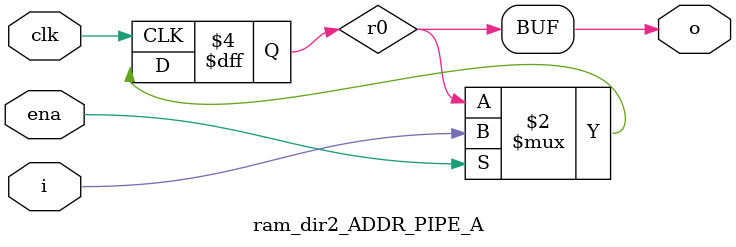
<source format=v>

module ram_dir2 (clk, ce, we, rstn, a, d, q);
input clk;
input ce;
input we;
input rstn;
input [15:0]a;
input [7:0]d;
output [7:0]q;

wire vcc_net;
wire gnd_net;
wire net_2;
wire net_18;
wire net_20;
wire net_21;
wire addra_pipe_14_net;
wire net_23;
wire net_24;
wire net_26;
wire net_27;
wire net_28;
wire net_29;
wire net_30;
wire net_31;
wire net_32;
wire net_33;
wire net_34;
wire net_35;
wire addra_pipe_15_net;
wire net_36;
wire net_37;
wire net_40;
wire net_42;
wire net_43;
wire net_45;
wire net_46;
wire net_47;
wire net_48;
wire net_49;
wire net_50;
wire net_51;
wire net_52;
wire net_53;
wire net_54;
wire net_55;
wire net_56;
wire net_58;
wire net_59;
wire net_60;
wire net_61;
wire net_63;
wire net_64;
wire net_65;
wire net_66;
wire net_67;
wire net_68;
wire net_69;
wire net_70;
wire net_71;
wire net_72;
wire net_73;
wire net_74;
wire net_76;
wire net_77;
wire net_78;
wire net_79;
wire net_81;
wire net_82;
wire net_83;
wire net_84;
wire net_85;
wire net_86;
wire net_87;
wire net_88;
wire net_89;
wire net_90;
wire net_91;
wire net_92;
wire net_94;
wire net_95;
wire net_96;
wire net_97;
wire net_99;
wire net_100;
wire net_101;
wire net_102;
wire net_103;
wire net_104;
wire net_105;
wire net_106;
wire net_107;
wire net_108;
wire net_109;
wire net_110;
wire net_112;
wire net_113;
wire net_114;
wire net_115;
wire net_117;
wire net_118;
wire net_119;
wire net_120;
wire net_121;
wire net_122;
wire net_123;
wire net_124;
wire net_125;
wire net_126;
wire net_127;
wire net_128;
wire net_130;
wire net_131;
wire net_132;
wire net_133;
wire net_135;
wire net_136;
wire net_137;
wire net_138;
wire net_139;
wire net_140;
wire net_141;
wire net_142;
wire net_143;
wire net_144;
wire net_145;
wire net_146;
wire net_148;
wire net_149;
wire net_150;
wire net_151;
wire net_153;
wire net_154;
wire net_155;
wire net_156;
wire net_157;
wire net_158;
wire net_159;
wire net_160;
wire net_161;
wire net_162;
wire net_163;
wire net_164;
wire net_166;
wire net_167;
wire nc16129;
wire nc16130;
wire nc16131;
wire nc16132;
wire nc16133;
wire nc16134;
wire nc16135;
wire nc16136;
wire nc16137;
wire nc16138;
wire nc16139;
wire nc16140;
wire nc16141;
wire nc16142;
wire nc16143;
wire nc16144;
wire nc16145;
wire nc16146;
wire nc16147;
wire nc16148;
wire nc16149;
wire nc16150;
wire nc16151;
wire nc16152;
wire nc16153;
wire nc16154;
wire nc16155;
wire nc16156;
wire nc16157;
wire nc16158;
wire nc16159;
wire nc16160;
wire nc16161;
wire nc16162;
wire nc16163;
wire nc16164;
wire nc16165;
wire nc16166;
wire nc16167;
wire nc16168;
wire nc16169;
wire nc16170;
wire nc16171;
wire nc16172;
wire nc16173;
wire nc16174;
wire nc16175;
wire nc16176;
wire nc16177;
wire nc16178;
wire nc16179;
wire nc16180;
wire nc16181;
wire nc16182;
wire nc16183;
wire nc16184;
wire nc16185;
wire nc16186;
wire nc16187;
wire nc16188;
wire nc16189;
wire nc16190;
wire nc16191;
wire nc16192;
wire nc16193;
wire nc16194;
wire nc16195;
wire nc16196;
wire nc16197;
wire nc16198;
wire nc16199;
wire nc16200;
wire nc16201;
wire nc16202;
wire nc16203;
wire nc16204;
wire nc16205;
wire nc16206;
wire nc16207;
wire nc16208;
wire nc16209;
wire nc16210;
wire nc16211;
wire nc16212;
wire nc16213;
wire nc16214;
wire nc16215;
wire nc16216;
wire nc16217;
wire nc16218;
wire nc16219;
wire nc16220;
wire nc16221;
wire nc16222;
wire nc16223;
wire nc16224;
wire nc16225;
wire nc16226;
wire nc16227;
wire nc16228;
wire nc16229;
wire nc16230;
wire nc16231;
wire nc16232;
wire nc16233;
wire nc16234;
wire nc16235;
wire nc16236;
wire nc16237;
wire nc16238;
wire nc16239;
wire nc16240;
wire nc16241;
wire nc16242;
wire nc16243;
wire nc16244;
wire nc16245;
wire nc16246;
wire nc16247;
wire nc16248;
wire nc16249;
wire nc16250;
wire nc16251;
wire nc16252;
wire nc16253;
wire nc16254;
wire nc16255;
wire nc16256;
wire nc16257;
wire nc16258;
wire nc16259;
wire nc16260;
wire nc16261;
wire nc16262;
wire nc16263;
wire nc16264;
wire nc16265;
wire nc16266;
wire nc16267;
wire nc16268;
wire nc16269;
wire nc16270;
wire nc16271;
wire nc16272;
wire nc16273;
wire nc16274;
wire nc16275;
wire nc16276;
wire nc16277;
wire nc16278;
wire nc16279;
wire nc16280;
wire nc16281;
wire nc16282;
wire nc16283;
wire nc16284;
wire nc16285;
wire nc16286;
wire nc16287;
wire nc16288;
wire nc16289;
wire nc16290;
wire nc16291;
wire nc16292;
wire nc16293;
wire nc16294;
wire nc16295;
wire nc16296;
wire nc16297;
wire nc16298;
wire nc16299;
wire nc16300;
wire nc16301;
wire nc16302;
wire nc16303;
wire nc16304;
wire nc16305;
wire nc16306;
wire nc16307;
wire nc16308;
wire nc16309;
wire nc16310;
wire nc16311;
wire nc16312;
wire nc16313;
wire nc16314;
wire nc16315;
wire nc16316;
wire nc16317;
wire nc16318;
wire nc16319;
wire nc16320;
wire nc16321;
wire nc16322;
wire nc16323;
wire nc16324;
wire nc16325;
wire nc16326;
wire nc16327;
wire nc16328;
wire nc16329;
wire nc16330;
wire nc16331;
wire nc16332;
wire nc16333;
wire nc16334;
wire nc16335;
wire nc16336;
wire nc16337;
wire nc16338;
wire nc16339;
wire nc16340;
wire nc16341;
wire nc16342;
wire nc16343;
wire nc16344;
wire nc16345;
wire nc16346;
wire nc16347;
wire nc16348;
wire nc16349;
wire nc16350;
wire nc16351;
wire nc16352;
wire nc16353;
wire nc16354;
wire nc16355;
wire nc16356;
wire nc16357;
wire nc16358;
wire nc16359;
wire nc16360;
wire nc16361;
wire nc16362;
wire nc16363;
wire nc16364;
wire nc16365;
wire nc16366;
wire nc16367;
wire nc16368;
wire nc16369;
wire nc16370;
wire nc16371;
wire nc16372;
wire nc16373;
wire nc16374;
wire nc16375;
wire nc16376;
wire nc16377;
wire nc16378;
wire nc16379;
wire nc16380;
wire nc16381;
wire nc16382;
wire nc16383;
wire nc16384;
wire nc16385;
wire nc16386;
wire nc16387;
wire nc16388;
wire nc16389;
wire nc16390;
wire nc16391;
wire nc16392;
wire nc16393;
wire nc16394;
wire nc16395;
wire nc16396;
wire nc16397;
wire nc16398;
wire nc16399;
wire nc16400;
wire nc16401;
wire nc16402;
wire nc16403;
wire nc16404;
wire nc16405;
wire nc16406;
wire nc16407;
wire nc16408;
wire nc16409;
wire nc16410;
wire nc16411;
wire nc16412;
wire nc16413;
wire nc16414;
wire nc16415;
wire nc16416;
wire nc16417;
wire nc16418;
wire nc16419;
wire nc16420;
wire nc16421;
wire nc16422;
wire nc16423;
wire nc16424;
wire nc16425;
wire nc16426;
wire nc16427;
wire nc16428;
wire nc16429;
wire nc16430;
wire nc16431;
wire nc16432;
wire nc16433;
wire nc16434;
wire nc16435;
wire nc16436;
wire nc16437;
wire nc16438;
wire nc16439;
wire nc16440;
wire nc16441;
wire nc16442;
wire nc16443;
wire nc16444;
wire nc16445;
wire nc16446;
wire nc16447;
wire nc16448;
wire nc16449;
wire nc16450;
wire nc16451;
wire nc16452;
wire nc16453;
wire nc16454;
wire nc16455;
wire nc16456;
wire nc16457;
wire nc16458;
wire nc16459;
wire nc16460;
wire nc16461;
wire nc16462;
wire nc16463;
wire nc16464;
wire nc16465;
wire nc16466;
wire nc16467;
wire nc16468;
wire nc16469;
wire nc16470;
wire nc16471;
wire nc16472;
wire nc16473;
wire nc16474;
wire nc16475;
wire nc16476;
wire nc16477;
wire nc16478;
wire nc16479;
wire nc16480;
wire nc16481;
wire nc16482;
wire nc16483;
wire nc16484;
wire nc16485;
wire nc16486;
wire nc16487;
wire nc16488;
wire nc16489;
wire nc16490;
wire nc16491;
wire nc16492;
wire nc16493;
wire nc16494;
wire nc16495;
wire nc16496;
wire nc16497;
wire nc16498;
wire nc16499;
wire nc16500;
wire nc16501;
wire nc16502;
wire nc16503;
wire nc16504;
wire nc16505;
wire nc16506;
wire nc16507;
wire nc16508;
wire nc16509;
wire nc16510;
wire nc16511;
wire nc16512;
wire nc16513;
wire nc16514;
wire nc16515;
wire nc16516;
wire nc16517;
wire nc16518;
wire nc16519;
wire nc16520;
wire nc16521;
wire nc16522;
wire nc16523;
wire nc16524;
wire nc16525;
wire nc16526;
wire nc16527;
wire nc16528;
wire nc16529;
wire nc16530;
wire nc16531;
wire nc16532;
wire nc16533;
wire nc16534;
wire nc16535;
wire nc16536;
wire nc16537;
wire nc16538;
wire nc16539;
wire nc16540;
wire nc16541;
wire nc16542;
wire nc16543;
wire nc16544;
wire nc16545;
wire nc16546;
wire nc16547;
wire nc16548;
wire nc16549;
wire nc16550;
wire nc16551;
wire nc16552;
wire nc16553;
wire nc16554;
wire nc16555;
wire nc16556;
wire nc16557;
wire nc16558;
wire nc16559;
wire nc16560;
wire nc16561;
wire nc16562;
wire nc16563;
wire nc16564;
wire nc16565;
wire nc16566;
wire nc16567;
wire nc16568;
wire nc16569;
wire nc16570;
wire nc16571;
wire nc16572;
wire nc16573;
wire nc16574;
wire nc16575;
wire nc16576;
wire nc16577;
wire nc16578;
wire nc16579;
wire nc16580;
wire nc16581;
wire nc16582;
wire nc16583;
wire nc16584;
wire nc16585;
wire nc16586;
wire nc16587;
wire nc16588;
wire nc16589;
wire nc16590;
wire nc16591;
wire nc16592;
wire nc16593;
wire nc16594;
wire nc16595;
wire nc16596;
wire nc16597;
wire nc16598;
wire nc16599;
wire nc16600;
wire nc16601;
wire nc16602;
wire nc16603;
wire nc16604;
wire nc16605;
wire nc16606;
wire nc16607;
wire nc16608;
wire nc16609;
wire nc16610;
wire nc16611;
wire nc16612;
wire nc16613;
wire nc16614;
wire nc16615;
wire nc16616;
wire nc16617;
wire nc16618;
wire nc16619;
wire nc16620;
wire nc16621;
wire nc16622;
wire nc16623;
wire nc16624;
wire nc16625;
wire nc16626;
wire nc16627;
wire nc16628;
wire nc16629;
wire nc16630;
wire nc16631;
wire nc16632;
wire nc16633;
wire nc16634;
wire nc16635;
wire nc16636;
wire nc16637;
wire nc16638;
wire nc16639;
wire nc16640;
wire nc16641;
wire nc16642;
wire nc16643;
wire nc16644;
wire nc16645;
wire nc16646;
wire nc16647;
wire nc16648;
wire nc16649;
wire nc16650;
wire nc16651;
wire nc16652;
wire nc16653;
wire nc16654;
wire nc16655;
wire nc16656;
wire nc16657;
wire nc16658;
wire nc16659;
wire nc16660;
wire nc16661;
wire nc16662;
wire nc16663;
wire nc16664;
wire nc16665;
wire nc16666;
wire nc16667;
wire nc16668;
wire nc16669;
wire nc16670;
wire nc16671;
wire nc16672;
wire nc16673;
wire nc16674;
wire nc16675;
wire nc16676;
wire nc16677;
wire nc16678;
wire nc16679;
wire nc16680;
wire nc16681;
wire nc16682;
wire nc16683;
wire nc16684;
wire nc16685;
wire nc16686;
wire nc16687;
wire nc16688;
wire nc16689;
wire nc16690;
wire nc16691;
wire nc16692;
wire nc16693;
wire nc16694;
wire nc16695;
wire nc16696;
wire nc16697;
wire nc16698;
wire nc16699;
wire nc16700;
wire nc16701;
wire nc16702;
wire nc16703;
wire nc16704;
wire nc16705;
wire nc16706;
wire nc16707;
wire nc16708;
wire nc16709;
wire nc16710;
wire nc16711;
wire nc16712;
wire nc16713;
wire nc16714;
wire nc16715;
wire nc16716;
wire nc16717;
wire nc16718;
wire nc16719;
wire nc16720;
wire nc16721;
wire nc16722;
wire nc16723;
wire nc16724;
wire nc16725;
wire nc16726;
wire nc16727;
wire nc16728;
wire nc16729;
wire nc16730;
wire nc16731;
wire nc16732;
wire nc16733;
wire nc16734;
wire nc16735;
wire nc16736;
wire nc16737;
wire nc16738;
wire nc16739;
wire nc16740;
wire nc16741;
wire nc16742;
wire nc16743;
wire nc16744;
wire nc16745;
wire nc16746;
wire nc16747;
wire nc16748;
wire nc16749;
wire nc16750;
wire nc16751;
wire nc16752;
wire nc16753;
wire nc16754;
wire nc16755;
wire nc16756;
wire nc16757;
wire nc16758;
wire nc16759;
wire nc16760;
wire nc16761;
wire nc16762;
wire nc16763;
wire nc16764;
wire nc16765;
wire nc16766;
wire nc16767;
wire nc16768;
wire nc16769;
wire nc16770;
wire nc16771;
wire nc16772;
wire nc16773;
wire nc16774;
wire nc16775;
wire nc16776;
wire nc16777;
wire nc16778;
wire nc16779;
wire nc16780;
wire nc16781;
wire nc16782;
wire nc16783;
wire nc16784;
wire nc16785;
wire nc16786;
wire nc16787;
wire nc16788;
wire nc16789;
wire nc16790;
wire nc16791;
wire nc16792;
wire nc16793;
wire nc16794;
wire nc16795;
wire nc16796;
wire nc16797;
wire nc16798;
wire nc16799;
wire nc16800;
wire nc16801;
wire nc16802;
wire nc16803;
wire nc16804;
wire nc16805;
wire nc16806;
wire nc16807;
wire nc16808;
wire nc16809;
wire nc16810;
wire nc16811;
wire nc16812;
wire nc16813;
wire nc16814;
wire nc16815;
wire nc16816;
wire nc16817;
wire nc16818;
wire nc16819;
wire nc16820;
wire nc16821;
wire nc16822;
wire nc16823;
wire nc16824;
wire nc16825;
wire nc16826;
wire nc16827;
wire nc16828;
wire nc16829;
wire nc16830;
wire nc16831;
wire nc16832;
wire nc16833;
wire nc16834;
wire nc16835;
wire nc16836;
wire nc16837;
wire nc16838;
wire nc16839;
wire nc16840;
wire nc16841;
wire nc16842;
wire nc16843;
wire nc16844;
wire nc16845;
wire nc16846;
wire nc16847;
wire nc16848;
wire nc16849;
wire nc16850;
wire nc16851;
wire nc16852;
wire nc16853;
wire nc16854;
wire nc16855;
wire nc16856;
wire nc16857;
wire nc16858;
wire nc16859;
wire nc16860;
wire nc16861;
wire nc16862;
wire nc16863;
wire nc16864;
wire nc16865;
wire nc16866;
wire nc16867;
wire nc16868;
wire nc16869;
wire nc16870;
wire nc16871;
wire nc16872;
wire nc16873;
wire nc16874;
wire nc16875;
wire nc16876;
wire nc16877;
wire nc16878;
wire nc16879;
wire nc16880;
wire nc16881;
wire nc16882;
wire nc16883;
wire nc16884;
wire nc16885;
wire nc16886;
wire nc16887;
wire nc16888;
wire nc16889;
wire nc16890;
wire nc16891;
wire nc16892;
wire nc16893;
wire nc16894;
wire nc16895;
wire nc16896;
wire nc16897;
wire nc16898;
wire nc16899;
wire nc16900;
wire nc16901;
wire nc16902;
wire nc16903;
wire nc16904;
wire nc16905;
wire nc16906;
wire nc16907;
wire nc16908;
wire nc16909;
wire nc16910;
wire nc16911;
wire nc16912;
wire nc16913;
wire nc16914;
wire nc16915;
wire nc16916;
wire nc16917;
wire nc16918;
wire nc16919;
wire nc16920;
wire nc16921;
wire nc16922;
wire nc16923;
wire nc16924;
wire nc16925;
wire nc16926;
wire nc16927;
wire nc16928;
wire nc16929;
wire nc16930;
wire nc16931;
wire nc16932;
wire nc16933;
wire nc16934;
wire nc16935;
wire nc16936;
wire nc16937;
wire nc16938;
wire nc16939;
wire nc16940;
wire nc16941;
wire nc16942;
wire nc16943;
wire nc16944;
wire nc16945;
wire nc16946;
wire nc16947;
wire nc16948;
wire nc16949;
wire nc16950;
wire nc16951;
wire nc16952;
wire nc16953;
wire nc16954;
wire nc16955;
wire nc16956;
wire nc16957;
wire nc16958;
wire nc16959;
wire nc16960;
wire nc16961;
wire nc16962;
wire nc16963;
wire nc16964;
wire nc16965;
wire nc16966;
wire nc16967;
wire nc16968;
wire nc16969;
wire nc16970;
wire nc16971;
wire nc16972;
wire nc16973;
wire nc16974;
wire nc16975;
wire nc16976;
wire nc16977;
wire nc16978;
wire nc16979;
wire nc16980;
wire nc16981;
wire nc16982;
wire nc16983;
wire nc16984;
wire nc16985;
wire nc16986;
wire nc16987;
wire nc16988;
wire nc16989;
wire nc16990;
wire nc16991;
wire nc16992;
wire nc16993;
wire nc16994;
wire nc16995;
wire nc16996;
wire nc16997;
wire nc16998;
wire nc16999;
wire nc17000;
wire nc17001;
wire nc17002;
wire nc17003;
wire nc17004;
wire nc17005;
wire nc17006;
wire nc17007;
wire nc17008;
wire nc17009;
wire nc17010;
wire nc17011;
wire nc17012;
wire nc17013;
wire nc17014;
wire nc17015;
wire nc17016;
wire nc17017;
wire nc17018;
wire nc17019;
wire nc17020;
wire nc17021;
wire nc17022;
wire nc17023;
wire nc17024;
wire nc17025;
wire nc17026;
wire nc17027;
wire nc17028;
wire nc17029;
wire nc17030;
wire nc17031;
wire nc17032;
wire nc17033;
wire nc17034;
wire nc17035;
wire nc17036;
wire nc17037;
wire nc17038;
wire nc17039;
wire nc17040;
wire nc17041;
wire nc17042;
wire nc17043;
wire nc17044;
wire nc17045;
wire nc17046;
wire nc17047;
wire nc17048;
wire nc17049;
wire nc17050;
wire nc17051;
wire nc17052;
wire nc17053;
wire nc17054;
wire nc17055;
wire nc17056;
wire nc17057;
wire nc17058;
wire nc17059;
wire nc17060;
wire nc17061;
wire nc17062;
wire nc17063;
wire nc17064;
wire nc17065;
wire nc17066;
wire nc17067;
wire nc17068;
wire nc17069;
wire nc17070;
wire nc17071;
wire nc17072;
wire nc17073;
wire nc17074;
wire nc17075;
wire nc17076;
wire nc17077;
wire nc17078;
wire nc17079;
wire nc17080;
wire nc17081;
wire nc17082;
wire nc17083;
wire nc17084;
wire nc17085;
wire nc17086;
wire nc17087;
wire nc17088;
wire nc17089;
wire nc17090;
wire nc17091;
wire nc17092;
wire nc17093;
wire nc17094;
wire nc17095;
wire nc17096;
wire nc17097;
wire nc17098;
wire nc17099;
wire nc17100;
wire nc17101;
wire nc17102;
wire nc17103;
wire nc17104;
wire nc17105;
wire nc17106;
wire nc17107;
wire nc17108;
wire nc17109;
wire nc17110;
wire nc17111;
wire nc17112;
wire nc17113;
wire nc17114;
wire nc17115;
wire nc17116;
wire nc17117;
wire nc17118;
wire nc17119;
wire nc17120;
wire nc17121;
wire nc17122;
wire nc17123;
wire nc17124;
wire nc17125;
wire nc17126;
wire nc17127;
wire nc17128;
wire nc17129;
wire nc17130;
wire nc17131;
wire nc17132;
wire nc17133;
wire nc17134;
wire nc17135;
wire nc17136;
wire nc17137;
wire nc17138;
wire nc17139;
wire nc17140;
wire nc17141;
wire nc17142;
wire nc17143;
wire nc17144;
wire nc17145;
wire nc17146;
wire nc17147;
wire nc17148;
wire nc17149;
wire nc17150;
wire nc17151;
wire nc17152;
wire nc17153;
wire nc17154;
wire nc17155;
wire nc17156;
wire nc17157;
wire nc17158;
wire nc17159;
wire nc17160;
wire nc17161;
wire nc17162;
wire nc17163;
wire nc17164;
wire nc17165;
wire nc17166;
wire nc17167;
wire nc17168;
wire nc17169;
wire nc17170;
wire nc17171;
wire nc17172;
wire nc17173;
wire nc17174;
wire nc17175;
wire nc17176;
wire nc17177;
wire nc17178;
wire nc17179;
wire nc17180;
wire nc17181;
wire nc17182;
wire nc17183;
wire nc17184;
wire nc17185;
wire nc17186;
wire nc17187;
wire nc17188;
wire nc17189;
wire nc17190;
wire nc17191;
wire nc17192;
wire nc17193;
wire nc17194;
wire nc17195;
wire nc17196;
wire nc17197;
wire nc17198;
wire nc17199;
wire nc17200;
wire nc17201;
wire nc17202;
wire nc17203;
wire nc17204;
wire nc17205;
wire nc17206;
wire nc17207;
wire nc17208;
wire nc17209;
wire nc17210;
wire nc17211;
wire nc17212;
wire nc17213;
wire nc17214;
wire nc17215;
wire nc17216;
wire nc17217;
wire nc17218;
wire nc17219;
wire nc17220;
wire nc17221;
wire nc17222;
wire nc17223;
wire nc17224;
wire nc17225;
wire nc17226;
wire nc17227;
wire nc17228;
wire nc17229;
wire nc17230;
wire nc17231;
wire nc17232;
wire nc17233;
wire nc17234;
wire nc17235;
wire nc17236;
wire nc17237;
wire nc17238;
wire nc17239;
wire nc17240;
wire nc17241;
wire nc17242;
wire nc17243;
wire nc17244;
wire nc17245;
wire nc17246;
wire nc17247;
wire nc17248;
wire nc17249;
wire nc17250;
wire nc17251;
wire nc17252;
wire nc17253;
wire nc17254;
wire nc17255;
wire nc17256;
wire nc17257;
wire nc17258;
wire nc17259;
wire nc17260;
wire nc17261;
wire nc17262;
wire nc17263;
wire nc17264;
wire nc17265;
wire nc17266;
wire nc17267;
wire nc17268;
wire nc17269;
wire nc17270;
wire nc17271;
wire nc17272;
wire nc17273;
wire nc17274;
wire nc17275;
wire nc17276;
wire nc17277;
wire nc17278;
wire nc17279;
wire nc17280;
wire nc17281;
wire nc17282;
wire nc17283;
wire nc17284;
wire nc17285;
wire nc17286;
wire nc17287;
wire nc17288;
wire nc17289;
wire nc17290;
wire nc17291;
wire nc17292;
wire nc17293;
wire nc17294;
wire nc17295;
wire nc17296;
wire nc17297;
wire nc17298;
wire nc17299;
wire nc17300;
wire nc17301;
wire nc17302;
wire nc17303;
wire nc17304;
wire nc17305;
wire nc17306;
wire nc17307;
wire nc17308;
wire nc17309;
wire nc17310;
wire nc17311;
wire nc17312;
wire nc17313;
wire nc17314;
wire nc17315;
wire nc17316;
wire nc17317;
wire nc17318;
wire nc17319;
wire nc17320;
wire nc17321;
wire nc17322;
wire nc17323;
wire nc17324;
wire nc17325;
wire nc17326;
wire nc17327;
wire nc17328;
wire nc17329;
wire nc17330;
wire nc17331;
wire nc17332;
wire nc17333;
wire nc17334;
wire nc17335;
wire nc17336;
wire nc17337;
wire nc17338;
wire nc17339;
wire nc17340;
wire nc17341;
wire nc17342;
wire nc17343;
wire nc17344;
wire nc17345;
wire nc17346;
wire nc17347;
wire nc17348;
wire nc17349;
wire nc17350;
wire nc17351;
wire nc17352;
wire nc17353;
wire nc17354;
wire nc17355;
wire nc17356;
wire nc17357;
wire nc17358;
wire nc17359;
wire nc17360;
wire nc17361;
wire nc17362;
wire nc17363;
wire nc17364;
wire nc17365;
wire nc17366;
wire nc17367;
wire nc17368;
wire nc17369;
wire nc17370;
wire nc17371;
wire nc17372;
wire nc17373;
wire nc17374;
wire nc17375;
wire nc17376;
wire nc17377;
wire nc17378;
wire nc17379;
wire nc17380;
wire nc17381;
wire nc17382;
wire nc17383;
wire nc17384;
wire nc17385;
wire nc17386;
wire nc17387;
wire nc17388;
wire nc17389;
wire nc17390;
wire nc17391;
wire nc17392;
wire nc17393;
wire nc17394;
wire nc17395;
wire nc17396;
wire nc17397;
wire nc17398;
wire nc17399;
wire nc17400;
wire nc17401;
wire nc17402;
wire nc17403;
wire nc17404;
wire nc17405;
wire nc17406;
wire nc17407;
wire nc17408;
wire nc17409;
wire nc17410;
wire nc17411;
wire nc17412;
wire nc17413;
wire nc17414;
wire nc17415;
wire nc17416;
wire nc17417;
wire nc17418;
wire nc17419;
wire nc17420;
wire nc17421;
wire nc17422;
wire nc17423;
wire nc17424;
wire nc17425;
wire nc17426;
wire nc17427;
wire nc17428;
wire nc17429;
wire nc17430;
wire nc17431;
wire nc17432;
wire nc17433;
wire nc17434;
wire nc17435;
wire nc17436;
wire nc17437;
wire nc17438;
wire nc17439;
wire nc17440;
wire nc17441;
wire nc17442;
wire nc17443;
wire nc17444;
wire nc17445;
wire nc17446;
wire nc17447;
wire nc17448;
wire nc17449;
wire nc17450;
wire nc17451;
wire nc17452;
wire nc17453;
wire nc17454;
wire nc17455;
wire nc17456;
wire nc17457;
wire nc17458;
wire nc17459;
wire nc17460;
wire nc17461;
wire nc17462;
wire nc17463;
wire nc17464;
wire nc17465;
wire nc17466;
wire nc17467;
wire nc17468;
wire nc17469;
wire nc17470;
wire nc17471;
wire nc17472;
wire nc17473;
wire nc17474;
wire nc17475;
wire nc17476;
wire nc17477;
wire nc17478;
wire nc17479;
wire nc17480;
wire nc17481;
wire nc17482;
wire nc17483;
wire nc17484;
wire nc17485;
wire nc17486;
wire nc17487;
wire nc17488;
wire nc17489;
wire nc17490;
wire nc17491;
wire nc17492;
wire nc17493;
wire nc17494;
wire nc17495;
wire nc17496;
wire nc17497;
wire nc17498;
wire nc17499;
wire nc17500;
wire nc17501;
wire nc17502;
wire nc17503;
wire nc17504;
wire nc17505;
wire nc17506;
wire nc17507;
wire nc17508;
wire nc17509;
wire nc17510;
wire nc17511;
wire nc17512;
wire nc17513;
wire nc17514;
wire nc17515;
wire nc17516;
wire nc17517;
wire nc17518;
wire nc17519;
wire nc17520;
wire nc17521;
wire nc17522;
wire nc17523;
wire nc17524;
wire nc17525;
wire nc17526;
wire nc17527;
wire nc17528;
wire nc17529;
wire nc17530;
wire nc17531;
wire nc17532;
wire nc17533;
wire nc17534;
wire nc17535;
wire nc17536;
wire nc17537;
wire nc17538;
wire nc17539;
wire nc17540;
wire nc17541;
wire nc17542;
wire nc17543;
wire nc17544;
wire nc17545;
wire nc17546;
wire nc17547;
wire nc17548;
wire nc17549;
wire nc17550;
wire nc17551;
wire nc17552;
wire nc17553;
wire nc17554;
wire nc17555;
wire nc17556;
wire nc17557;
wire nc17558;
wire nc17559;
wire nc17560;
wire nc17561;
wire nc17562;
wire nc17563;
wire nc17564;
wire nc17565;
wire nc17566;
wire nc17567;
wire nc17568;
wire nc17569;
wire nc17570;
wire nc17571;
wire nc17572;
wire nc17573;
wire nc17574;
wire nc17575;
wire nc17576;
wire nc17577;
wire nc17578;
wire nc17579;
wire nc17580;
wire nc17581;
wire nc17582;
wire nc17583;
wire nc17584;
wire nc17585;
wire nc17586;
wire nc17587;
wire nc17588;
wire nc17589;
wire nc17590;
wire nc17591;
wire nc17592;
wire nc17593;
wire nc17594;
wire nc17595;
wire nc17596;
wire nc17597;
wire nc17598;
wire nc17599;
wire nc17600;
wire nc17601;
wire nc17602;
wire nc17603;
wire nc17604;
wire nc17605;
wire nc17606;
wire nc17607;
wire nc17608;
wire nc17609;
wire nc17610;
wire nc17611;
wire nc17612;
wire nc17613;
wire nc17614;
wire nc17615;
wire nc17616;
wire nc17617;
wire nc17618;
wire nc17619;
wire nc17620;
wire nc17621;
wire nc17622;
wire nc17623;
wire nc17624;
wire nc17625;
wire nc17626;
wire nc17627;
wire nc17628;
wire nc17629;
wire nc17630;
wire nc17631;
wire nc17632;
wire nc17633;
wire nc17634;
wire nc17635;
wire nc17636;
wire nc17637;
wire nc17638;
wire nc17639;
wire nc17640;
wire nc17641;
wire nc17642;
wire nc17643;
wire nc17644;
wire nc17645;
wire nc17646;
wire nc17647;
wire nc17648;
wire nc17649;
wire nc17650;
wire nc17651;
wire nc17652;
wire nc17653;
wire nc17654;
wire nc17655;
wire nc17656;
wire nc17657;
wire nc17658;
wire nc17659;
wire nc17660;
wire nc17661;
wire nc17662;
wire nc17663;
wire nc17664;
wire nc17665;
wire nc17666;
wire nc17667;
wire nc17668;
wire nc17669;
wire nc17670;
wire nc17671;
wire nc17672;
wire nc17673;
wire nc17674;
wire nc17675;
wire nc17676;
wire nc17677;
wire nc17678;
wire nc17679;
wire nc17680;
wire nc17681;
wire nc17682;
wire nc17683;
wire nc17684;
wire nc17685;
wire nc17686;
wire nc17687;
wire nc17688;
wire nc17689;
wire nc17690;
wire nc17691;
wire nc17692;
wire nc17693;
wire nc17694;
wire nc17695;
wire nc17696;
wire nc17697;
wire nc17698;
wire nc17699;
wire nc17700;
wire nc17701;
wire nc17702;
wire nc17703;
wire nc17704;
wire nc17705;
wire nc17706;
wire nc17707;
wire nc17708;
wire nc17709;
wire nc17710;
wire nc17711;
wire nc17712;
wire nc17713;
wire nc17714;
wire nc17715;
wire nc17716;
wire nc17717;
wire nc17718;
wire nc17719;
wire nc17720;
wire nc17721;
wire nc17722;
wire nc17723;
wire nc17724;
wire nc17725;
wire nc17726;
wire nc17727;
wire nc17728;
wire nc17729;
wire nc17730;
wire nc17731;
wire nc17732;
wire nc17733;
wire nc17734;
wire nc17735;
wire nc17736;
wire nc17737;
wire nc17738;
wire nc17739;
wire nc17740;
wire nc17741;
wire nc17742;
wire nc17743;
wire nc17744;
wire nc17745;
wire nc17746;
wire nc17747;
wire nc17748;
wire nc17749;
wire nc17750;
wire nc17751;
wire nc17752;
wire nc17753;
wire nc17754;
wire nc17755;
wire nc17756;
wire nc17757;
wire nc17758;
wire nc17759;
wire nc17760;
wire nc17761;
wire nc17762;
wire nc17763;
wire nc17764;
wire nc17765;
wire nc17766;
wire nc17767;
wire nc17768;
wire nc17769;
wire nc17770;
wire nc17771;
wire nc17772;
wire nc17773;
wire nc17774;
wire nc17775;
wire nc17776;
wire nc17777;
wire nc17778;
wire nc17779;
wire nc17780;
wire nc17781;
wire nc17782;
wire nc17783;
wire nc17784;
wire nc17785;
wire nc17786;
wire nc17787;
wire nc17788;
wire nc17789;
wire nc17790;
wire nc17791;
wire nc17792;
wire nc17793;
wire nc17794;
wire nc17795;
wire nc17796;
wire nc17797;
wire nc17798;
wire nc17799;
wire nc17800;
wire nc17801;
wire nc17802;
wire nc17803;
wire nc17804;
wire nc17805;
wire nc17806;
wire nc17807;
wire nc17808;
wire nc17809;
wire nc17810;
wire nc17811;
wire nc17812;
wire nc17813;
wire nc17814;
wire nc17815;
wire nc17816;
wire nc17817;
wire nc17818;
wire nc17819;
wire nc17820;
wire nc17821;
wire nc17822;
wire nc17823;
wire nc17824;
wire nc17825;
wire nc17826;
wire nc17827;
wire nc17828;
wire nc17829;
wire nc17830;
wire nc17831;
wire nc17832;
wire nc17833;
wire nc17834;
wire nc17835;
wire nc17836;
wire nc17837;
wire nc17838;
wire nc17839;
wire nc17840;
wire nc17841;
wire nc17842;
wire nc17843;
wire nc17844;
wire nc17845;
wire nc17846;
wire nc17847;
wire nc17848;
wire nc17849;
wire nc17850;
wire nc17851;
wire nc17852;
wire nc17853;
wire nc17854;
wire nc17855;
wire nc17856;
wire nc17857;
wire nc17858;
wire nc17859;
wire nc17860;
wire nc17861;
wire nc17862;
wire nc17863;
wire nc17864;
wire nc17865;
wire nc17866;
wire nc17867;
wire nc17868;
wire nc17869;
wire nc17870;
wire nc17871;
wire nc17872;
wire nc17873;
wire nc17874;
wire nc17875;
wire nc17876;
wire nc17877;
wire nc17878;
wire nc17879;
wire nc17880;
wire nc17881;
wire nc17882;
wire nc17883;
wire nc17884;
wire nc17885;
wire nc17886;
wire nc17887;
wire nc17888;
wire nc17889;
wire nc17890;
wire nc17891;
wire nc17892;
wire nc17893;
wire nc17894;
wire nc17895;
wire nc17896;
wire nc17897;
wire nc17898;
wire nc17899;
wire nc17900;
wire nc17901;
wire nc17902;
wire nc17903;
wire nc17904;
wire nc17905;
wire nc17906;
wire nc17907;
wire nc17908;
wire nc17909;
wire nc17910;
wire nc17911;
wire nc17912;
wire nc17913;
wire nc17914;
wire nc17915;
wire nc17916;
wire nc17917;
wire nc17918;
wire nc17919;
wire nc17920;
wire nc17921;
wire nc17922;
wire nc17923;
wire nc17924;
wire nc17925;
wire nc17926;
wire nc17927;
wire nc17928;
wire nc17929;
wire nc17930;
wire nc17931;
wire nc17932;
wire nc17933;
wire nc17934;
wire nc17935;
wire nc17936;
wire nc17937;
wire nc17938;
wire nc17939;
wire nc17940;
wire nc17941;
wire nc17942;
wire nc17943;
wire nc17944;
wire nc17945;
wire nc17946;
wire nc17947;
wire nc17948;
wire nc17949;
wire nc17950;
wire nc17951;
wire nc17952;
wire nc17953;
wire nc17954;
wire nc17955;
wire nc17956;
wire nc17957;
wire nc17958;
wire nc17959;
wire nc17960;
wire nc17961;
wire nc17962;
wire nc17963;
wire nc17964;
wire nc17965;
wire nc17966;
wire nc17967;
wire nc17968;
wire nc17969;
wire nc17970;
wire nc17971;
wire nc17972;
wire nc17973;
wire nc17974;
wire nc17975;
wire nc17976;
wire nc17977;
wire nc17978;
wire nc17979;
wire nc17980;
wire nc17981;
wire nc17982;
wire nc17983;
wire nc17984;
wire nc17985;
wire nc17986;
wire nc17987;
wire nc17988;
wire nc17989;
wire nc17990;
wire nc17991;
wire nc17992;
wire nc17993;
wire nc17994;
wire nc17995;
wire nc17996;
wire nc17997;
wire nc17998;
wire nc17999;
wire nc18000;
wire nc18001;
wire nc18002;
wire nc18003;
wire nc18004;
wire nc18005;
wire nc18006;
wire nc18007;
wire nc18008;
wire nc18009;
wire nc18010;
wire nc18011;
wire nc18012;
wire nc18013;
wire nc18014;
wire nc18015;
wire nc18016;
wire nc18017;
wire nc18018;
wire nc18019;
wire nc18020;
wire nc18021;
wire nc18022;
wire nc18023;
wire nc18024;
wire nc18025;
wire nc18026;
wire nc18027;
wire nc18028;
wire nc18029;
wire nc18030;
wire nc18031;
wire nc18032;
wire nc18033;
wire nc18034;
wire nc18035;
wire nc18036;
wire nc18037;
wire nc18038;
wire nc18039;
wire nc18040;
wire nc18041;
wire nc18042;
wire nc18043;
wire nc18044;
wire nc18045;
wire nc18046;
wire nc18047;
wire nc18048;
wire nc18049;
wire nc18050;
wire nc18051;
wire nc18052;
wire nc18053;
wire nc18054;
wire nc18055;
wire nc18056;
wire nc18057;
wire nc18058;
wire nc18059;
wire nc18060;
wire nc18061;
wire nc18062;
wire nc18063;
wire nc18064;
wire nc18065;
wire nc18066;
wire nc18067;
wire nc18068;
wire nc18069;
wire nc18070;
wire nc18071;
wire nc18072;
wire nc18073;
wire nc18074;
wire nc18075;
wire nc18076;
wire nc18077;
wire nc18078;
wire nc18079;
wire nc18080;
wire nc18081;
wire nc18082;
wire nc18083;
wire nc18084;
wire nc18085;
wire nc18086;
wire nc18087;
wire nc18088;
wire nc18089;
wire nc18090;
wire nc18091;
wire nc18092;
wire nc18093;
wire nc18094;
wire nc18095;
wire nc18096;
wire nc18097;
wire nc18098;
wire nc18099;
wire nc18100;
wire nc18101;
wire nc18102;
wire nc18103;
wire nc18104;
wire nc18105;
wire nc18106;
wire nc18107;
wire nc18108;
wire nc18109;
wire nc18110;
wire nc18111;
wire nc18112;
wire nc18113;
wire nc18114;
wire nc18115;
wire nc18116;
wire nc18117;
wire nc18118;
wire nc18119;
wire nc18120;
wire nc18121;
wire nc18122;
wire nc18123;
wire nc18124;
wire nc18125;
wire nc18126;
wire nc18127;
wire nc18128;
wire nc18129;
wire nc18130;
wire nc18131;
wire nc18132;
wire nc18133;
wire nc18134;
wire nc18135;
wire nc18136;
wire nc18137;
wire nc18138;
wire nc18139;
wire nc18140;
wire nc18141;
wire nc18142;
wire nc18143;
wire nc18144;
wire nc18145;
wire nc18146;
wire nc18147;
wire nc18148;
wire nc18149;
wire nc18150;
wire nc18151;
wire nc18152;
wire nc18153;
wire nc18154;
wire nc18155;
wire nc18156;
wire nc18157;
wire nc18158;
wire nc18159;
wire nc18160;
wire nc18161;
wire nc18162;
wire nc18163;
wire nc18164;
wire nc18165;
wire nc18166;
wire nc18167;
wire nc18168;
wire nc18169;
wire nc18170;
wire nc18171;
wire nc18172;
wire nc18173;
wire nc18174;
wire nc18175;
wire nc18176;
wire nc18177;
wire nc18178;
wire nc18179;
wire nc18180;
wire nc18181;
wire nc18182;
wire nc18183;
wire nc18184;
wire nc18185;
wire nc18186;
wire nc18187;
wire nc18188;
wire nc18189;
wire nc18190;
wire nc18191;
wire nc18192;
wire nc18193;
wire nc18194;
wire nc18195;
wire nc18196;
wire nc18197;
wire nc18198;
wire nc18199;
wire nc18200;
wire nc18201;
wire nc18202;
wire nc18203;
wire nc18204;
wire nc18205;
wire nc18206;
wire nc18207;
wire nc18208;
wire nc18209;
wire nc18210;
wire nc18211;
wire nc18212;
wire nc18213;
wire nc18214;
wire nc18215;
wire nc18216;
wire nc18217;
wire nc18218;
wire nc18219;
wire nc18220;
wire nc18221;
wire nc18222;
wire nc18223;
wire nc18224;
wire nc18225;
wire nc18226;
wire nc18227;
wire nc18228;
wire nc18229;
wire nc18230;
wire nc18231;
wire nc18232;
wire nc18233;
wire nc18234;
wire nc18235;
wire nc18236;
wire nc18237;
wire nc18238;
wire nc18239;
wire nc18240;
wire nc18241;
wire nc18242;
wire nc18243;
wire nc18244;
wire nc18245;
wire nc18246;
wire nc18247;
wire nc18248;
wire nc18249;
wire nc18250;
wire nc18251;
wire nc18252;
wire nc18253;
wire nc18254;
wire nc18255;
wire nc18256;
wire nc18257;
wire nc18258;
wire nc18259;
wire nc18260;
wire nc18261;
wire nc18262;
wire nc18263;
wire nc18264;
wire nc18265;
wire nc18266;
wire nc18267;
wire nc18268;
wire nc18269;
wire nc18270;
wire nc18271;
wire nc18272;
wire nc18273;
wire nc18274;
wire nc18275;
wire nc18276;
wire nc18277;
wire nc18278;
wire nc18279;
wire nc18280;
wire nc18281;
wire nc18282;
wire nc18283;
wire nc18284;
wire nc18285;
wire nc18286;
wire nc18287;
wire nc18288;
wire nc18289;
wire nc18290;
wire nc18291;
wire nc18292;
wire nc18293;
wire nc18294;
wire nc18295;
wire nc18296;
wire nc18297;
wire nc18298;
wire nc18299;
wire nc18300;
wire nc18301;
wire nc18302;
wire nc18303;
wire nc18304;
wire nc18305;
wire nc18306;
wire nc18307;
wire nc18308;
wire nc18309;
wire nc18310;
wire nc18311;
wire nc18312;
wire nc18313;
wire nc18314;
wire nc18315;
wire nc18316;
wire nc18317;
wire nc18318;
wire nc18319;
wire nc18320;
wire nc18321;
wire nc18322;
wire nc18323;
wire nc18324;
wire nc18325;
wire nc18326;
wire nc18327;
wire nc18328;
wire nc18329;
wire nc18330;
wire nc18331;
wire nc18332;
wire nc18333;
wire nc18334;
wire nc18335;
wire nc18336;
wire nc18337;
wire nc18338;
wire nc18339;
wire nc18340;
wire nc18341;
wire nc18342;
wire nc18343;
wire nc18344;
wire nc18345;
wire nc18346;
wire nc18347;
wire nc18348;
wire nc18349;
wire nc18350;
wire nc18351;
wire nc18352;
wire nc18353;
wire nc18354;
wire nc18355;
wire nc18356;
wire nc18357;
wire nc18358;
wire nc18359;
wire nc18360;
wire nc18361;
wire nc18362;
wire nc18363;
wire nc18364;
wire nc18365;
wire nc18366;
wire nc18367;
wire nc18368;
wire nc18369;
wire nc18370;
wire nc18371;
wire nc18372;
wire nc18373;
wire nc18374;
wire nc18375;
wire nc18376;
wire nc18377;
wire nc18378;
wire nc18379;
wire nc18380;
wire nc18381;
wire nc18382;
wire nc18383;
wire nc18384;
wire nc18385;
wire nc18386;
wire nc18387;
wire nc18388;
wire nc18389;
wire nc18390;
wire nc18391;
wire nc18392;
wire nc18393;
wire nc18394;
wire nc18395;
wire nc18396;
wire nc18397;
wire nc18398;
wire nc18399;
wire nc18400;
wire nc18401;
wire nc18402;
wire nc18403;
wire nc18404;
wire nc18405;
wire nc18406;
wire nc18407;
wire nc18408;
wire nc18409;
wire nc18410;
wire nc18411;
wire nc18412;
wire nc18413;
wire nc18414;
wire nc18415;
wire nc18416;
wire nc18417;
wire nc18418;
wire nc18419;
wire nc18420;
wire nc18421;
wire nc18422;
wire nc18423;
wire nc18424;
wire nc18425;
wire nc18426;
wire nc18427;
wire nc18428;
wire nc18429;
wire nc18430;
wire nc18431;
wire nc18432;
wire nc18433;
wire nc18434;
wire nc18435;
wire nc18436;
wire nc18437;
wire nc18438;
wire nc18439;
wire nc18440;
wire nc18441;
wire nc18442;
wire nc18443;
wire nc18444;
wire nc18445;
wire nc18446;
wire nc18447;
wire nc18448;
wire nc18449;
wire nc18450;
wire nc18451;
wire nc18452;
wire nc18453;
wire nc18454;
wire nc18455;
wire nc18456;
wire nc18457;
wire nc18458;
wire nc18459;
wire nc18460;
wire nc18461;
wire nc18462;
wire nc18463;
wire nc18464;
wire nc18465;
wire nc18466;
wire nc18467;
wire nc18468;
wire nc18469;
wire nc18470;
wire nc18471;
wire nc18472;
wire nc18473;
wire nc18474;
wire nc18475;
wire nc18476;
wire nc18477;
wire nc18478;
wire nc18479;
wire nc18480;
wire nc18481;
wire nc18482;
wire nc18483;
wire nc18484;
wire nc18485;
wire nc18486;
wire nc18487;
wire nc18488;
wire nc18489;
wire nc18490;
wire nc18491;
wire nc18492;
wire nc18493;
wire nc18494;
wire nc18495;
wire nc18496;
wire nc18497;
wire nc18498;
wire nc18499;
wire nc18500;
wire nc18501;
wire nc18502;
wire nc18503;
wire nc18504;
wire nc18505;
wire nc18506;
wire nc18507;
wire nc18508;
wire nc18509;
wire nc18510;
wire nc18511;
wire nc18512;
wire nc18513;
wire nc18514;
wire nc18515;
wire nc18516;
wire nc18517;
wire nc18518;
wire nc18519;
wire nc18520;
wire nc18521;
wire nc18522;
wire nc18523;
wire nc18524;
wire nc18525;
wire nc18526;
wire nc18527;
wire nc18528;
wire nc18529;
wire nc18530;
wire nc18531;
wire nc18532;
wire nc18533;
wire nc18534;
wire nc18535;
wire nc18536;
wire nc18537;
wire nc18538;
wire nc18539;
wire nc18540;
wire nc18541;
wire nc18542;
wire nc18543;
wire nc18544;
wire nc18545;
wire nc18546;
wire nc18547;
wire nc18548;
wire nc18549;
wire nc18550;
wire nc18551;
wire nc18552;
wire nc18553;
wire nc18554;
wire nc18555;
wire nc18556;
wire nc18557;
wire nc18558;
wire nc18559;
wire nc18560;
wire nc18561;
wire nc18562;
wire nc18563;
wire nc18564;
wire nc18565;
wire nc18566;
wire nc18567;
wire nc18568;
wire nc18569;
wire nc18570;
wire nc18571;
wire nc18572;
wire nc18573;
wire nc18574;
wire nc18575;
wire nc18576;
wire nc18577;
wire nc18578;
wire nc18579;
wire nc18580;
wire nc18581;
wire nc18582;
wire nc18583;
wire nc18584;
wire nc18585;
wire nc18586;
wire nc18587;
wire nc18588;
wire nc18589;
wire nc18590;
wire nc18591;
wire nc18592;
wire nc18593;
wire nc18594;
wire nc18595;
wire nc18596;
wire nc18597;
wire nc18598;
wire nc18599;
wire nc18600;
wire nc18601;
wire nc18602;
wire nc18603;
wire nc18604;
wire nc18605;
wire nc18606;
wire nc18607;
wire nc18608;
wire nc18609;
wire nc18610;
wire nc18611;
wire nc18612;
wire nc18613;
wire nc18614;
wire nc18615;
wire nc18616;
wire nc18617;
wire nc18618;
wire nc18619;
wire nc18620;
wire nc18621;
wire nc18622;
wire nc18623;
wire nc18624;
wire nc18625;
wire nc18626;
wire nc18627;
wire nc18628;
wire nc18629;
wire nc18630;
wire nc18631;
wire nc18632;
wire nc18633;
wire nc18634;
wire nc18635;
wire nc18636;
wire nc18637;
wire nc18638;
wire nc18639;
wire nc18640;
wire nc18641;
wire nc18642;
wire nc18643;
wire nc18644;
wire nc18645;
wire nc18646;
wire nc18647;
wire nc18648;
wire nc18649;
wire nc18650;
wire nc18651;
wire nc18652;
wire nc18653;
wire nc18654;
wire nc18655;
wire nc18656;
wire nc18657;
wire nc18658;
wire nc18659;
wire nc18660;
wire nc18661;
wire nc18662;
wire nc18663;
wire nc18664;
wire nc18665;
wire nc18666;
wire nc18667;
wire nc18668;
wire nc18669;
wire nc18670;
wire nc18671;
wire nc18672;
wire nc18673;
wire nc18674;
wire nc18675;
wire nc18676;
wire nc18677;
wire nc18678;
wire nc18679;
wire nc18680;
wire nc18681;
wire nc18682;
wire nc18683;
wire nc18684;
wire nc18685;
wire nc18686;
wire nc18687;
wire nc18688;
wire nc18689;
wire nc18690;
wire nc18691;
wire nc18692;
wire nc18693;
wire nc18694;
wire nc18695;
wire nc18696;
wire nc18697;
wire nc18698;
wire nc18699;
wire nc18700;
wire nc18701;
wire nc18702;
wire nc18703;
wire nc18704;
wire nc18705;
wire nc18706;
wire nc18707;
wire nc18708;
wire nc18709;
wire nc18710;
wire nc18711;
wire nc18712;
wire nc18713;
wire nc18714;
wire nc18715;
wire nc18716;
wire nc18717;
wire nc18718;
wire nc18719;
wire nc18720;
wire nc18721;
wire nc18722;
wire nc18723;
wire nc18724;
wire nc18725;
wire nc18726;
wire nc18727;
wire nc18728;
wire nc18729;
wire nc18730;
wire nc18731;
wire nc18732;
wire nc18733;
wire nc18734;
wire nc18735;
wire nc18736;
wire nc18737;
wire nc18738;
wire nc18739;
wire nc18740;
wire nc18741;
wire nc18742;
wire nc18743;
wire nc18744;
wire nc18745;
wire nc18746;
wire nc18747;
wire nc18748;
wire nc18749;
wire nc18750;
wire nc18751;
wire nc18752;
wire nc18753;
wire nc18754;
wire nc18755;
wire nc18756;
wire nc18757;
wire nc18758;
wire nc18759;
wire nc18760;
wire nc18761;
wire nc18762;
wire nc18763;
wire nc18764;
wire nc18765;
wire nc18766;
wire nc18767;
wire nc18768;
wire nc18769;
wire nc18770;
wire nc18771;
wire nc18772;
wire nc18773;
wire nc18774;
wire nc18775;
wire nc18776;
wire nc18777;
wire nc18778;
wire nc18779;
wire nc18780;
wire nc18781;
wire nc18782;
wire nc18783;
wire nc18784;
wire nc18785;
wire nc18786;
wire nc18787;
wire nc18788;
wire nc18789;
wire nc18790;
wire nc18791;
wire nc18792;
wire nc18793;
wire nc18794;
wire nc18795;
wire nc18796;
wire nc18797;
wire nc18798;
wire nc18799;
wire nc18800;
wire nc18801;
wire nc18802;
wire nc18803;
wire nc18804;
wire nc18805;
wire nc18806;
wire nc18807;
wire nc18808;
wire nc18809;
wire nc18810;
wire nc18811;
wire nc18812;
wire nc18813;
wire nc18814;
wire nc18815;
wire nc18816;
wire nc18817;
wire nc18818;
wire nc18819;
wire nc18820;
wire nc18821;
wire nc18822;
wire nc18823;
wire nc18824;
wire nc18825;
wire nc18826;
wire nc18827;
wire nc18828;
wire nc18829;
wire nc18830;
wire nc18831;
wire nc18832;
wire nc18833;
wire nc18834;
wire nc18835;
wire nc18836;
wire nc18837;
wire nc18838;
wire nc18839;
wire nc18840;
wire nc18841;
wire nc18842;
wire nc18843;
wire nc18844;
wire nc18845;
wire nc18846;
wire nc18847;
wire nc18848;
wire nc18849;
wire nc18850;
wire nc18851;
wire nc18852;
wire nc18853;
wire nc18854;
wire nc18855;
wire nc18856;
wire nc18857;
wire nc18858;
wire nc18859;
wire nc18860;
wire nc18861;
wire nc18862;
wire nc18863;
wire nc18864;
wire nc18865;
wire nc18866;
wire nc18867;
wire nc18868;
wire nc18869;
wire nc18870;
wire nc18871;
wire nc18872;
wire nc18873;
wire nc18874;
wire nc18875;
wire nc18876;
wire nc18877;
wire nc18878;
wire nc18879;
wire nc18880;
wire nc18881;
wire nc18882;
wire nc18883;
wire nc18884;
wire nc18885;
wire nc18886;
wire nc18887;
wire nc18888;
wire nc18889;
wire nc18890;
wire nc18891;
wire nc18892;
wire nc18893;
wire nc18894;
wire nc18895;
wire nc18896;
wire nc18897;
wire nc18898;
wire nc18899;
wire nc18900;
wire nc18901;
wire nc18902;
wire nc18903;
wire nc18904;
wire nc18905;
wire nc18906;
wire nc18907;
wire nc18908;
wire nc18909;
wire nc18910;
wire nc18911;
wire nc18912;
wire nc18913;
wire nc18914;
wire nc18915;
wire nc18916;
wire nc18917;
wire nc18918;
wire nc18919;
wire nc18920;
wire nc18921;
wire nc18922;
wire nc18923;
wire nc18924;
wire nc18925;
wire nc18926;
wire nc18927;
wire nc18928;
wire nc18929;
wire nc18930;
wire nc18931;
wire nc18932;
wire nc18933;
wire nc18934;
wire nc18935;
wire nc18936;
wire nc18937;
wire nc18938;
wire nc18939;
wire nc18940;
wire nc18941;
wire nc18942;
wire nc18943;
wire nc18944;
wire nc18945;
wire nc18946;
wire nc18947;
wire nc18948;
wire nc18949;
wire nc18950;
wire nc18951;
wire nc18952;
wire nc18953;
wire nc18954;
wire nc18955;
wire nc18956;
wire nc18957;
wire nc18958;
wire nc18959;
wire nc18960;
wire nc18961;
wire nc18962;
wire nc18963;
wire nc18964;
wire nc18965;
wire nc18966;
wire nc18967;
wire nc18968;
wire nc18969;
wire nc18970;
wire nc18971;
wire nc18972;
wire nc18973;
wire nc18974;
wire nc18975;
wire nc18976;
wire nc18977;
wire nc18978;
wire nc18979;
wire nc18980;
wire nc18981;
wire nc18982;
wire nc18983;
wire nc18984;
wire nc18985;
wire nc18986;
wire nc18987;
wire nc18988;
wire nc18989;
wire nc18990;
wire nc18991;
wire nc18992;
wire nc18993;
wire nc18994;
wire nc18995;
wire nc18996;
wire nc18997;
wire nc18998;
wire nc18999;
wire nc19000;
wire nc19001;
wire nc19002;
wire nc19003;
wire nc19004;
wire nc19005;
wire nc19006;
wire nc19007;
wire nc19008;
wire nc19009;
wire nc19010;
wire nc19011;
wire nc19012;
wire nc19013;
wire nc19014;
wire nc19015;
wire nc19016;
wire nc19017;
wire nc19018;
wire nc19019;
wire nc19020;
wire nc19021;
wire nc19022;
wire nc19023;
wire nc19024;
wire nc19025;
wire nc19026;
wire nc19027;
wire nc19028;
wire nc19029;
wire nc19030;
wire nc19031;
wire nc19032;
wire nc19033;
wire nc19034;
wire nc19035;
wire nc19036;
wire nc19037;
wire nc19038;
wire nc19039;
wire nc19040;
wire nc19041;
wire nc19042;
wire nc19043;
wire nc19044;
wire nc19045;
wire nc19046;
wire nc19047;
wire nc19048;
wire nc19049;
wire nc19050;
wire nc19051;
wire nc19052;
wire nc19053;
wire nc19054;
wire nc19055;
wire nc19056;
wire nc19057;
wire nc19058;
wire nc19059;
wire nc19060;
wire nc19061;
wire nc19062;
wire nc19063;
wire nc19064;
wire nc19065;
wire nc19066;
wire nc19067;
wire nc19068;
wire nc19069;
wire nc19070;
wire nc19071;
wire nc19072;
wire nc19073;
wire nc19074;
wire nc19075;
wire nc19076;
wire nc19077;
wire nc19078;
wire nc19079;
wire nc19080;
wire nc19081;
wire nc19082;
wire nc19083;
wire nc19084;
wire nc19085;
wire nc19086;
wire nc19087;
wire nc19088;
wire nc19089;
wire nc19090;
wire nc19091;
wire nc19092;
wire nc19093;
wire nc19094;
wire nc19095;
wire nc19096;
wire nc19097;
wire nc19098;
wire nc19099;
wire nc19100;
wire nc19101;
wire nc19102;
wire nc19103;
wire nc19104;
wire nc19105;
wire nc19106;
wire nc19107;
wire nc19108;
wire nc19109;
wire nc19110;
wire nc19111;
wire nc19112;
wire nc19113;
wire nc19114;
wire nc19115;
wire nc19116;
wire nc19117;
wire nc19118;
wire nc19119;
wire nc19120;
wire nc19121;
wire nc19122;
wire nc19123;
wire nc19124;
wire nc19125;
wire nc19126;
wire nc19127;
wire nc19128;
wire nc19129;
wire nc19130;
wire nc19131;
wire nc19132;
wire nc19133;
wire nc19134;
wire nc19135;
wire nc19136;
wire nc19137;
wire nc19138;
wire nc19139;
wire nc19140;
wire nc19141;
wire nc19142;
wire nc19143;
wire nc19144;
wire nc19145;
wire nc19146;
wire nc19147;
wire nc19148;
wire nc19149;
wire nc19150;
wire nc19151;
wire nc19152;
wire nc19153;
wire nc19154;
wire nc19155;
wire nc19156;
wire nc19157;
wire nc19158;
wire nc19159;
wire nc19160;
wire nc19161;
wire nc19162;
wire nc19163;
wire nc19164;
wire nc19165;
wire nc19166;
wire nc19167;
wire nc19168;
wire nc19169;
wire nc19170;
wire nc19171;
wire nc19172;
wire nc19173;
wire nc19174;
wire nc19175;
wire nc19176;
wire nc19177;
wire nc19178;
wire nc19179;
wire nc19180;
wire nc19181;
wire nc19182;
wire nc19183;
wire nc19184;
wire nc19185;
wire nc19186;
wire nc19187;
wire nc19188;
wire nc19189;
wire nc19190;
wire nc19191;
wire nc19192;
wire nc19193;
wire nc19194;
wire nc19195;
wire nc19196;
wire nc19197;
wire nc19198;
wire nc19199;
wire nc19200;
wire nc19201;
wire nc19202;
wire nc19203;
wire nc19204;
wire nc19205;
wire nc19206;
wire nc19207;
wire nc19208;
wire nc19209;
wire nc19210;
wire nc19211;
wire nc19212;
wire nc19213;
wire nc19214;
wire nc19215;
wire nc19216;
wire nc19217;
wire nc19218;
wire nc19219;
wire nc19220;
wire nc19221;
wire nc19222;
wire nc19223;
wire nc19224;
wire nc19225;
wire nc19226;
wire nc19227;
wire nc19228;
wire nc19229;
wire nc19230;
wire nc19231;
wire nc19232;
wire nc19233;
wire nc19234;
wire nc19235;
wire nc19236;
wire nc19237;
wire nc19238;
wire nc19239;
wire nc19240;
wire nc19241;
wire nc19242;
wire nc19243;
wire nc19244;
wire nc19245;
wire nc19246;
wire nc19247;
wire nc19248;
wire nc19249;
wire nc19250;
wire nc19251;
wire nc19252;
wire nc19253;
wire nc19254;
wire nc19255;
wire nc19256;
wire nc19257;
wire nc19258;
wire nc19259;
wire nc19260;
wire nc19261;
wire nc19262;
wire nc19263;
wire nc19264;
wire nc19265;
wire nc19266;
wire nc19267;
wire nc19268;
wire nc19269;
wire nc19270;
wire nc19271;
wire nc19272;
wire nc19273;
wire nc19274;
wire nc19275;
wire nc19276;
wire nc19277;
wire nc19278;
wire nc19279;
wire nc19280;
wire nc19281;
wire nc19282;
wire nc19283;
wire nc19284;
wire nc19285;
wire nc19286;
wire nc19287;
wire nc19288;
wire nc19289;
wire nc19290;
wire nc19291;
wire nc19292;
wire nc19293;
wire nc19294;
wire nc19295;
wire nc19296;
wire nc19297;
wire nc19298;
wire nc19299;
wire nc19300;
wire nc19301;
wire nc19302;
wire nc19303;
wire nc19304;
wire nc19305;
wire nc19306;
wire nc19307;
wire nc19308;
wire nc19309;
wire nc19310;
wire nc19311;
wire nc19312;
wire nc19313;
wire nc19314;
wire nc19315;
wire nc19316;
wire nc19317;
wire nc19318;
wire nc19319;
wire nc19320;
wire nc19321;
wire nc19322;
wire nc19323;
wire nc19324;
wire nc19325;
wire nc19326;
wire nc19327;
wire nc19328;
wire nc19329;
wire nc19330;
wire nc19331;
wire nc19332;
wire nc19333;
wire nc19334;
wire nc19335;
wire nc19336;
wire nc19337;
wire nc19338;
wire nc19339;
wire nc19340;
wire nc19341;
wire nc19342;
wire nc19343;
wire nc19344;
wire nc19345;
wire nc19346;
wire nc19347;
wire nc19348;
wire nc19349;
wire nc19350;
wire nc19351;
wire nc19352;
wire nc19353;
wire nc19354;
wire nc19355;
wire nc19356;
wire nc19357;
wire nc19358;
wire nc19359;
wire nc19360;
wire nc19361;
wire nc19362;
wire nc19363;
wire nc19364;
wire nc19365;
wire nc19366;
wire nc19367;
wire nc19368;
wire nc19369;
wire nc19370;
wire nc19371;
wire nc19372;
wire nc19373;
wire nc19374;
wire nc19375;
wire nc19376;
wire nc19377;
wire nc19378;
wire nc19379;
wire nc19380;
wire nc19381;
wire nc19382;
wire nc19383;
wire nc19384;
wire nc19385;
wire nc19386;
wire nc19387;
wire nc19388;
wire nc19389;
wire nc19390;
wire nc19391;
wire nc19392;
wire nc19393;
wire nc19394;
wire nc19395;
wire nc19396;
wire nc19397;
wire nc19398;
wire nc19399;
wire nc19400;
wire nc19401;
wire nc19402;
wire nc19403;
wire nc19404;
wire nc19405;
wire nc19406;
wire nc19407;
wire nc19408;
wire nc19409;
wire nc19410;
wire nc19411;
wire nc19412;
wire nc19413;
wire nc19414;
wire nc19415;
wire nc19416;
wire nc19417;
wire nc19418;
wire nc19419;
wire nc19420;
wire nc19421;
wire nc19422;
wire nc19423;
wire nc19424;
wire nc19425;
wire nc19426;
wire nc19427;
wire nc19428;
wire nc19429;
wire nc19430;
wire nc19431;
wire nc19432;
wire nc19433;
wire nc19434;
wire nc19435;
wire nc19436;
wire nc19437;
wire nc19438;
wire nc19439;
wire nc19440;
wire nc19441;
wire nc19442;
wire nc19443;
wire nc19444;
wire nc19445;
wire nc19446;
wire nc19447;
wire nc19448;
wire nc19449;
wire nc19450;
wire nc19451;
wire nc19452;
wire nc19453;
wire nc19454;
wire nc19455;
wire nc19456;
wire nc19457;
wire nc19458;
wire nc19459;
wire nc19460;
wire nc19461;
wire nc19462;
wire nc19463;
wire nc19464;
wire nc19465;
wire nc19466;
wire nc19467;
wire nc19468;
wire nc19469;
wire nc19470;
wire nc19471;
wire nc19472;
wire nc19473;
wire nc19474;
wire nc19475;
wire nc19476;
wire nc19477;
wire nc19478;
wire nc19479;
wire nc19480;
wire nc19481;
wire nc19482;
wire nc19483;
wire nc19484;
wire nc19485;
wire nc19486;
wire nc19487;
wire nc19488;
wire nc19489;
wire nc19490;
wire nc19491;
wire nc19492;
wire nc19493;
wire nc19494;
wire nc19495;
wire nc19496;
wire nc19497;
wire nc19498;
wire nc19499;
wire nc19500;
wire nc19501;
wire nc19502;
wire nc19503;
wire nc19504;
wire nc19505;
wire nc19506;
wire nc19507;
wire nc19508;
wire nc19509;
wire nc19510;
wire nc19511;
wire nc19512;
wire nc19513;
wire nc19514;
wire nc19515;
wire nc19516;
wire nc19517;
wire nc19518;
wire nc19519;
wire nc19520;
wire nc19521;
wire nc19522;
wire nc19523;
wire nc19524;
wire nc19525;
wire nc19526;
wire nc19527;
wire nc19528;
wire nc19529;
wire nc19530;
wire nc19531;
wire nc19532;
wire nc19533;
wire nc19534;
wire nc19535;
wire nc19536;
wire nc19537;
wire nc19538;
wire nc19539;
wire nc19540;
wire nc19541;
wire nc19542;
wire nc19543;
wire nc19544;
wire nc19545;
wire nc19546;
wire nc19547;
wire nc19548;
wire nc19549;
wire nc19550;
wire nc19551;
wire nc19552;
wire nc19553;
wire nc19554;
wire nc19555;
wire nc19556;
wire nc19557;
wire nc19558;
wire nc19559;
wire nc19560;
wire nc19561;
wire nc19562;
wire nc19563;
wire nc19564;
wire nc19565;
wire nc19566;
wire nc19567;
wire nc19568;
wire nc19569;
wire nc19570;
wire nc19571;
wire nc19572;
wire nc19573;
wire nc19574;
wire nc19575;
wire nc19576;
wire nc19577;
wire nc19578;
wire nc19579;
wire nc19580;
wire nc19581;
wire nc19582;
wire nc19583;
wire nc19584;
wire nc19585;
wire nc19586;
wire nc19587;
wire nc19588;
wire nc19589;
wire nc19590;
wire nc19591;
wire nc19592;
wire nc19593;
wire nc19594;
wire nc19595;
wire nc19596;
wire nc19597;
wire nc19598;
wire nc19599;
wire nc19600;
wire nc19601;
wire nc19602;
wire nc19603;
wire nc19604;
wire nc19605;
wire nc19606;
wire nc19607;
wire nc19608;
wire nc19609;
wire nc19610;
wire nc19611;
wire nc19612;
wire nc19613;
wire nc19614;
wire nc19615;
wire nc19616;
wire nc19617;
wire nc19618;
wire nc19619;
wire nc19620;
wire nc19621;
wire nc19622;
wire nc19623;
wire nc19624;
wire nc19625;
wire nc19626;
wire nc19627;
wire nc19628;
wire nc19629;
wire nc19630;
wire nc19631;
wire nc19632;
wire nc19633;
wire nc19634;
wire nc19635;
wire nc19636;
wire nc19637;
wire nc19638;
wire nc19639;
wire nc19640;
wire nc19641;
wire nc19642;
wire nc19643;
wire nc19644;
wire nc19645;
wire nc19646;
wire nc19647;
wire nc19648;
wire nc19649;
wire nc19650;
wire nc19651;
wire nc19652;
wire nc19653;
wire nc19654;
wire nc19655;
wire nc19656;
wire nc19657;
wire nc19658;
wire nc19659;
wire nc19660;
wire nc19661;
wire nc19662;
wire nc19663;
wire nc19664;
wire nc19665;
wire nc19666;
wire nc19667;
wire nc19668;
wire nc19669;
wire nc19670;
wire nc19671;
wire nc19672;
wire nc19673;
wire nc19674;
wire nc19675;
wire nc19676;
wire nc19677;
wire nc19678;
wire nc19679;
wire nc19680;
wire nc19681;
wire nc19682;
wire nc19683;
wire nc19684;
wire nc19685;
wire nc19686;
wire nc19687;
wire nc19688;
wire nc19689;
wire nc19690;
wire nc19691;
wire nc19692;
wire nc19693;
wire nc19694;
wire nc19695;
wire nc19696;
wire nc19697;
wire nc19698;
wire nc19699;
wire nc19700;
wire nc19701;
wire nc19702;
wire nc19703;
wire nc19704;
wire nc19705;
wire nc19706;
wire nc19707;
wire nc19708;
wire nc19709;
wire nc19710;
wire nc19711;
wire nc19712;
wire nc19713;
wire nc19714;
wire nc19715;
wire nc19716;
wire nc19717;
wire nc19718;
wire nc19719;
wire nc19720;
wire nc19721;
wire nc19722;
wire nc19723;
wire nc19724;
wire nc19725;
wire nc19726;
wire nc19727;
wire nc19728;
wire nc19729;
wire nc19730;
wire nc19731;
wire nc19732;
wire nc19733;
wire nc19734;
wire nc19735;
wire nc19736;
wire nc19737;
wire nc19738;
wire nc19739;
wire nc19740;
wire nc19741;
wire nc19742;
wire nc19743;
wire nc19744;
wire nc19745;
wire nc19746;
wire nc19747;
wire nc19748;
wire nc19749;
wire nc19750;
wire nc19751;
wire nc19752;
wire nc19753;
wire nc19754;
wire nc19755;
wire nc19756;
wire nc19757;
wire nc19758;
wire nc19759;
wire nc19760;
wire nc19761;
wire nc19762;
wire nc19763;
wire nc19764;
wire nc19765;
wire nc19766;
wire nc19767;
wire nc19768;
wire nc19769;
wire nc19770;
wire nc19771;
wire nc19772;
wire nc19773;
wire nc19774;
wire nc19775;
wire nc19776;
wire nc19777;
wire nc19778;
wire nc19779;
wire nc19780;
wire nc19781;
wire nc19782;
wire nc19783;
wire nc19784;
wire nc19785;
wire nc19786;
wire nc19787;
wire nc19788;
wire nc19789;
wire nc19790;
wire nc19791;
wire nc19792;
wire nc19793;
wire nc19794;
wire nc19795;
wire nc19796;
wire nc19797;
wire nc19798;
wire nc19799;
wire nc19800;
wire nc19801;
wire nc19802;
wire nc19803;
wire nc19804;
wire nc19805;
wire nc19806;
wire nc19807;
wire nc19808;
wire nc19809;
wire nc19810;
wire nc19811;
wire nc19812;
wire nc19813;
wire nc19814;
wire nc19815;
wire nc19816;
wire nc19817;
wire nc19818;
wire nc19819;
wire nc19820;
wire nc19821;
wire nc19822;
wire nc19823;
wire nc19824;
wire nc19825;
wire nc19826;
wire nc19827;
wire nc19828;
wire nc19829;
wire nc19830;
wire nc19831;
wire nc19832;
wire nc19833;
wire nc19834;
wire nc19835;
wire nc19836;
wire nc19837;
wire nc19838;
wire nc19839;
wire nc19840;
wire nc19841;
wire nc19842;
wire nc19843;
wire nc19844;
wire nc19845;
wire nc19846;
wire nc19847;
wire nc19848;
wire nc19849;
wire nc19850;
wire nc19851;
wire nc19852;
wire nc19853;
wire nc19854;
wire nc19855;
wire nc19856;
wire nc19857;
wire nc19858;
wire nc19859;
wire nc19860;
wire nc19861;
wire nc19862;
wire nc19863;
wire nc19864;
wire nc19865;
wire nc19866;
wire nc19867;
wire nc19868;
wire nc19869;
wire nc19870;
wire nc19871;
wire nc19872;
wire nc19873;
wire nc19874;
wire nc19875;
wire nc19876;
wire nc19877;
wire nc19878;
wire nc19879;
wire nc19880;
wire nc19881;
wire nc19882;
wire nc19883;
wire nc19884;
wire nc19885;
wire nc19886;
wire nc19887;
wire nc19888;
wire nc19889;
wire nc19890;
wire nc19891;
wire nc19892;
wire nc19893;
wire nc19894;
wire nc19895;
wire nc19896;
wire nc19897;
wire nc19898;
wire nc19899;
wire nc19900;
wire nc19901;
wire nc19902;
wire nc19903;
wire nc19904;
wire nc19905;
wire nc19906;
wire nc19907;
wire nc19908;
wire nc19909;
wire nc19910;
wire nc19911;
wire nc19912;
wire nc19913;
wire nc19914;
wire nc19915;
wire nc19916;
wire nc19917;
wire nc19918;
wire nc19919;
wire nc19920;
wire nc19921;
wire nc19922;
wire nc19923;
wire nc19924;
wire nc19925;
wire nc19926;
wire nc19927;
wire nc19928;
wire nc19929;
wire nc19930;
wire nc19931;
wire nc19932;
wire nc19933;
wire nc19934;
wire nc19935;
wire nc19936;
wire nc19937;
wire nc19938;
wire nc19939;
wire nc19940;
wire nc19941;
wire nc19942;
wire nc19943;
wire nc19944;
wire nc19945;
wire nc19946;
wire nc19947;
wire nc19948;
wire nc19949;
wire nc19950;
wire nc19951;
wire nc19952;
wire nc19953;
wire nc19954;
wire nc19955;
wire nc19956;
wire nc19957;
wire nc19958;
wire nc19959;
wire nc19960;
wire nc19961;
wire nc19962;
wire nc19963;
wire nc19964;
wire nc19965;
wire nc19966;
wire nc19967;
wire nc19968;
wire nc19969;
wire nc19970;
wire nc19971;
wire nc19972;
wire nc19973;
wire nc19974;
wire nc19975;
wire nc19976;
wire nc19977;
wire nc19978;
wire nc19979;
wire nc19980;
wire nc19981;
wire nc19982;
wire nc19983;
wire nc19984;
wire nc19985;
wire nc19986;
wire nc19987;
wire nc19988;
wire nc19989;
wire nc19990;
wire nc19991;
wire nc19992;
wire nc19993;
wire nc19994;
wire nc19995;
wire nc19996;
wire nc19997;
wire nc19998;
wire nc19999;
wire nc20000;
wire nc20001;
wire nc20002;
wire nc20003;
wire nc20004;
wire nc20005;
wire nc20006;
wire nc20007;
wire nc20008;
wire nc20009;
wire nc20010;
wire nc20011;
wire nc20012;
wire nc20013;
wire nc20014;
wire nc20015;
wire nc20016;
wire nc20017;
wire nc20018;
wire nc20019;
wire nc20020;
wire nc20021;
wire nc20022;
wire nc20023;
wire nc20024;
wire nc20025;
wire nc20026;
wire nc20027;
wire nc20028;
wire nc20029;
wire nc20030;
wire nc20031;
wire nc20032;
wire nc20033;
wire nc20034;
wire nc20035;
wire nc20036;
wire nc20037;
wire nc20038;
wire nc20039;
wire nc20040;
wire nc20041;
wire nc20042;
wire nc20043;
wire nc20044;
wire nc20045;
wire nc20046;
wire nc20047;
wire nc20048;
wire nc20049;
wire nc20050;
wire nc20051;
wire nc20052;
wire nc20053;
wire nc20054;
wire nc20055;
wire nc20056;
wire nc20057;
wire nc20058;
wire nc20059;
wire nc20060;
wire nc20061;
wire nc20062;
wire nc20063;
wire nc20064;
wire nc20065;
wire nc20066;
wire nc20067;
wire nc20068;
wire nc20069;
wire nc20070;
wire nc20071;
wire nc20072;
wire nc20073;
wire nc20074;
wire nc20075;
wire nc20076;
wire nc20077;
wire nc20078;
wire nc20079;
wire nc20080;
wire nc20081;
wire nc20082;
wire nc20083;
wire nc20084;
wire nc20085;
wire nc20086;
wire nc20087;
wire nc20088;
wire nc20089;
wire nc20090;
wire nc20091;
wire nc20092;
wire nc20093;
wire nc20094;
wire nc20095;
wire nc20096;
wire nc20097;
wire nc20098;
wire nc20099;
wire nc20100;
wire nc20101;
wire nc20102;
wire nc20103;
wire nc20104;
wire nc20105;
wire nc20106;
wire nc20107;
wire nc20108;
wire nc20109;
wire nc20110;
wire nc20111;
wire nc20112;
wire nc20113;
wire nc20114;
wire nc20115;
wire nc20116;
wire nc20117;
wire nc20118;
wire nc20119;
wire nc20120;
wire nc20121;
wire nc20122;
wire nc20123;
wire nc20124;
wire nc20125;
wire nc20126;
wire nc20127;
wire nc20128;
wire nc20129;
wire nc20130;
wire nc20131;
wire nc20132;
wire nc20133;
wire nc20134;
wire nc20135;
wire nc20136;
wire nc20137;
wire nc20138;
wire nc20139;
wire nc20140;
wire nc20141;
wire nc20142;
wire nc20143;
wire nc20144;
wire nc20145;
wire nc20146;
wire nc20147;
wire nc20148;
wire nc20149;
wire nc20150;
wire nc20151;
wire nc20152;
wire nc20153;
wire nc20154;
wire nc20155;
wire nc20156;
wire nc20157;
wire nc20158;
wire nc20159;
wire nc20160;

assign vcc_net = 1;
assign gnd_net = 0;
EMB18K #(
		.clka_inv (1'b0),
		.clkb_inv (1'b0),
		.eccreaden (1'b0),
		.eccwriteen (1'b0),
		.emb5k_1_init_file (""),
		.emb5k_2_init_file (""),
		.emb5k_3_init_file (""),
		.emb5k_4_init_file (""),
		.extension_mode ("power"),
		.init_file ("none"),
		.outreg_a (1'b0),
		.outreg_b (1'b0),
		.rammode ("sp"),
		.use_parity (1'b0),
		.width_a (1),
		.width_b (1),
		.writemode_a ("no_change"),
		.writemode_b ("write_first")
	)
	emb_0(
		.doa({nc16129, nc16130, nc16131, nc16132, nc16133, nc16134, nc16135, nc16136, nc16137, nc16138, nc16139, nc16140, nc16141, nc16142, nc16143, nc16144, nc16145, nc16146, nc16147, nc16148, nc16149, nc16150, nc16151, nc16152, nc16153, nc16154, nc16155, nc16156, nc16157, nc16158, nc16159, nc16160, nc16161, nc16162, nc16163, nc16164, nc16165, nc16166, nc16167, nc16168, nc16169, nc16170, nc16171, nc16172, nc16173, nc16174, nc16175, nc16176, nc16177, nc16178, nc16179, nc16180, nc16181, nc16182, nc16183, nc16184, nc16185, nc16186, nc16187, nc16188, nc16189, nc16190, nc16191, net_18}),
		.dob(),
		.dopa(),
		.dopb(),
		.addra({a[13], a[12], a[11], a[10], a[9], a[8], a[7], a[6], a[5], a[4], a[3], a[2], a[1], a[0]}),
		.addrb(),
		.clka(clk),
		.clkb(),
		.dia({nc16192, nc16193, nc16194, nc16195, nc16196, nc16197, nc16198, nc16199, nc16200, nc16201, nc16202, nc16203, nc16204, nc16205, nc16206, nc16207, nc16208, nc16209, nc16210, nc16211, nc16212, nc16213, nc16214, nc16215, nc16216, nc16217, nc16218, nc16219, nc16220, nc16221, nc16222, nc16223, nc16224, nc16225, nc16226, nc16227, nc16228, nc16229, nc16230, nc16231, nc16232, nc16233, nc16234, nc16235, nc16236, nc16237, nc16238, nc16239, nc16240, nc16241, nc16242, nc16243, nc16244, nc16245, nc16246, nc16247, nc16248, nc16249, nc16250, nc16251, nc16252, nc16253, nc16254, d[0]}),
		.dib(),
		.dipa(),
		.dipb(),
		.cea(net_2),
		.ceb(gnd_net),
		.regcea(vcc_net),
		.regceb(),
		.regsra(rstn),
		.regsrb(),
		.wea({we, we, we, we}),
		.web(),
		.eccoutdberr(),
		.eccoutsberr(),
		.eccreadaddr(),
		.eccindberr(gnd_net),
		.eccinsberr(gnd_net)
	);EMB18K #(
		.clka_inv (1'b0),
		.clkb_inv (1'b0),
		.eccreaden (1'b0),
		.eccwriteen (1'b0),
		.emb5k_1_init_file (""),
		.emb5k_2_init_file (""),
		.emb5k_3_init_file (""),
		.emb5k_4_init_file (""),
		.extension_mode ("power"),
		.init_file ("none"),
		.outreg_a (1'b0),
		.outreg_b (1'b0),
		.rammode ("sp"),
		.use_parity (1'b0),
		.width_a (1),
		.width_b (1),
		.writemode_a ("no_change"),
		.writemode_b ("write_first")
	)
	emb_4(
		.doa({nc16255, nc16256, nc16257, nc16258, nc16259, nc16260, nc16261, nc16262, nc16263, nc16264, nc16265, nc16266, nc16267, nc16268, nc16269, nc16270, nc16271, nc16272, nc16273, nc16274, nc16275, nc16276, nc16277, nc16278, nc16279, nc16280, nc16281, nc16282, nc16283, nc16284, nc16285, nc16286, nc16287, nc16288, nc16289, nc16290, nc16291, nc16292, nc16293, nc16294, nc16295, nc16296, nc16297, nc16298, nc16299, nc16300, nc16301, nc16302, nc16303, nc16304, nc16305, nc16306, nc16307, nc16308, nc16309, nc16310, nc16311, nc16312, nc16313, nc16314, nc16315, nc16316, nc16317, net_21}),
		.dob(),
		.dopa(),
		.dopb(),
		.addra({a[13], a[12], a[11], a[10], a[9], a[8], a[7], a[6], a[5], a[4], a[3], a[2], a[1], a[0]}),
		.addrb(),
		.clka(clk),
		.clkb(),
		.dia({nc16318, nc16319, nc16320, nc16321, nc16322, nc16323, nc16324, nc16325, nc16326, nc16327, nc16328, nc16329, nc16330, nc16331, nc16332, nc16333, nc16334, nc16335, nc16336, nc16337, nc16338, nc16339, nc16340, nc16341, nc16342, nc16343, nc16344, nc16345, nc16346, nc16347, nc16348, nc16349, nc16350, nc16351, nc16352, nc16353, nc16354, nc16355, nc16356, nc16357, nc16358, nc16359, nc16360, nc16361, nc16362, nc16363, nc16364, nc16365, nc16366, nc16367, nc16368, nc16369, nc16370, nc16371, nc16372, nc16373, nc16374, nc16375, nc16376, nc16377, nc16378, nc16379, nc16380, d[0]}),
		.dib(),
		.dipa(),
		.dipb(),
		.cea(net_20),
		.ceb(gnd_net),
		.regcea(vcc_net),
		.regceb(),
		.regsra(rstn),
		.regsrb(),
		.wea({we, we, we, we}),
		.web(),
		.eccoutdberr(),
		.eccoutsberr(),
		.eccreadaddr(),
		.eccindberr(gnd_net),
		.eccinsberr(gnd_net)
	);ram_dir2_ADDR_PIPE_A u_addra_pipe_14(
		.clk(clk),
		.ena(net_24),
		.i(a[14]),
		.o(addra_pipe_14_net)
	);ram_dir2_NOT u0(
		.i(we),
		.o(net_23)
	);ram_dir2_AND u1(
		.i0(ce),
		.i1(net_23),
		.o(net_24)
	);ram_dir2_MUX u2(
		.sel(addra_pipe_14_net),
		.i0(net_18),
		.i1(net_21),
		.o(net_26)
	);ram_dir2_AND u3(
		.i0(net_28),
		.i1(net_27),
		.o(net_2)
	);ram_dir2_AND u4(
		.i0(net_28),
		.i1(a[14]),
		.o(net_20)
	);ram_dir2_NOT u5(
		.i(a[14]),
		.o(net_27)
	);EMB18K #(
		.clka_inv (1'b0),
		.clkb_inv (1'b0),
		.eccreaden (1'b0),
		.eccwriteen (1'b0),
		.emb5k_1_init_file (""),
		.emb5k_2_init_file (""),
		.emb5k_3_init_file (""),
		.emb5k_4_init_file (""),
		.extension_mode ("power"),
		.init_file ("none"),
		.outreg_a (1'b0),
		.outreg_b (1'b0),
		.rammode ("sp"),
		.use_parity (1'b0),
		.width_a (1),
		.width_b (1),
		.writemode_a ("no_change"),
		.writemode_b ("write_first")
	)
	emb_8(
		.doa({nc16381, nc16382, nc16383, nc16384, nc16385, nc16386, nc16387, nc16388, nc16389, nc16390, nc16391, nc16392, nc16393, nc16394, nc16395, nc16396, nc16397, nc16398, nc16399, nc16400, nc16401, nc16402, nc16403, nc16404, nc16405, nc16406, nc16407, nc16408, nc16409, nc16410, nc16411, nc16412, nc16413, nc16414, nc16415, nc16416, nc16417, nc16418, nc16419, nc16420, nc16421, nc16422, nc16423, nc16424, nc16425, nc16426, nc16427, nc16428, nc16429, nc16430, nc16431, nc16432, nc16433, nc16434, nc16435, nc16436, nc16437, nc16438, nc16439, nc16440, nc16441, nc16442, nc16443, net_30}),
		.dob(),
		.dopa(),
		.dopb(),
		.addra({a[13], a[12], a[11], a[10], a[9], a[8], a[7], a[6], a[5], a[4], a[3], a[2], a[1], a[0]}),
		.addrb(),
		.clka(clk),
		.clkb(),
		.dia({nc16444, nc16445, nc16446, nc16447, nc16448, nc16449, nc16450, nc16451, nc16452, nc16453, nc16454, nc16455, nc16456, nc16457, nc16458, nc16459, nc16460, nc16461, nc16462, nc16463, nc16464, nc16465, nc16466, nc16467, nc16468, nc16469, nc16470, nc16471, nc16472, nc16473, nc16474, nc16475, nc16476, nc16477, nc16478, nc16479, nc16480, nc16481, nc16482, nc16483, nc16484, nc16485, nc16486, nc16487, nc16488, nc16489, nc16490, nc16491, nc16492, nc16493, nc16494, nc16495, nc16496, nc16497, nc16498, nc16499, nc16500, nc16501, nc16502, nc16503, nc16504, nc16505, nc16506, d[0]}),
		.dib(),
		.dipa(),
		.dipb(),
		.cea(net_29),
		.ceb(gnd_net),
		.regcea(vcc_net),
		.regceb(),
		.regsra(rstn),
		.regsrb(),
		.wea({we, we, we, we}),
		.web(),
		.eccoutdberr(),
		.eccoutsberr(),
		.eccreadaddr(),
		.eccindberr(gnd_net),
		.eccinsberr(gnd_net)
	);EMB18K #(
		.clka_inv (1'b0),
		.clkb_inv (1'b0),
		.eccreaden (1'b0),
		.eccwriteen (1'b0),
		.emb5k_1_init_file (""),
		.emb5k_2_init_file (""),
		.emb5k_3_init_file (""),
		.emb5k_4_init_file (""),
		.extension_mode ("power"),
		.init_file ("none"),
		.outreg_a (1'b0),
		.outreg_b (1'b0),
		.rammode ("sp"),
		.use_parity (1'b0),
		.width_a (1),
		.width_b (1),
		.writemode_a ("no_change"),
		.writemode_b ("write_first")
	)
	emb_12(
		.doa({nc16507, nc16508, nc16509, nc16510, nc16511, nc16512, nc16513, nc16514, nc16515, nc16516, nc16517, nc16518, nc16519, nc16520, nc16521, nc16522, nc16523, nc16524, nc16525, nc16526, nc16527, nc16528, nc16529, nc16530, nc16531, nc16532, nc16533, nc16534, nc16535, nc16536, nc16537, nc16538, nc16539, nc16540, nc16541, nc16542, nc16543, nc16544, nc16545, nc16546, nc16547, nc16548, nc16549, nc16550, nc16551, nc16552, nc16553, nc16554, nc16555, nc16556, nc16557, nc16558, nc16559, nc16560, nc16561, nc16562, nc16563, nc16564, nc16565, nc16566, nc16567, nc16568, nc16569, net_32}),
		.dob(),
		.dopa(),
		.dopb(),
		.addra({a[13], a[12], a[11], a[10], a[9], a[8], a[7], a[6], a[5], a[4], a[3], a[2], a[1], a[0]}),
		.addrb(),
		.clka(clk),
		.clkb(),
		.dia({nc16570, nc16571, nc16572, nc16573, nc16574, nc16575, nc16576, nc16577, nc16578, nc16579, nc16580, nc16581, nc16582, nc16583, nc16584, nc16585, nc16586, nc16587, nc16588, nc16589, nc16590, nc16591, nc16592, nc16593, nc16594, nc16595, nc16596, nc16597, nc16598, nc16599, nc16600, nc16601, nc16602, nc16603, nc16604, nc16605, nc16606, nc16607, nc16608, nc16609, nc16610, nc16611, nc16612, nc16613, nc16614, nc16615, nc16616, nc16617, nc16618, nc16619, nc16620, nc16621, nc16622, nc16623, nc16624, nc16625, nc16626, nc16627, nc16628, nc16629, nc16630, nc16631, nc16632, d[0]}),
		.dib(),
		.dipa(),
		.dipb(),
		.cea(net_31),
		.ceb(gnd_net),
		.regcea(vcc_net),
		.regceb(),
		.regsra(rstn),
		.regsrb(),
		.wea({we, we, we, we}),
		.web(),
		.eccoutdberr(),
		.eccoutsberr(),
		.eccreadaddr(),
		.eccindberr(gnd_net),
		.eccinsberr(gnd_net)
	);ram_dir2_MUX u6(
		.sel(addra_pipe_14_net),
		.i0(net_30),
		.i1(net_32),
		.o(net_33)
	);ram_dir2_AND u7(
		.i0(net_35),
		.i1(net_34),
		.o(net_29)
	);ram_dir2_AND u8(
		.i0(net_35),
		.i1(a[14]),
		.o(net_31)
	);ram_dir2_NOT u9(
		.i(a[14]),
		.o(net_34)
	);ram_dir2_ADDR_PIPE_A u_addra_pipe_15(
		.clk(clk),
		.ena(net_37),
		.i(a[15]),
		.o(addra_pipe_15_net)
	);ram_dir2_NOT u10(
		.i(we),
		.o(net_36)
	);ram_dir2_AND u11(
		.i0(ce),
		.i1(net_36),
		.o(net_37)
	);ram_dir2_MUX u12(
		.sel(addra_pipe_15_net),
		.i0(net_26),
		.i1(net_33),
		.o(q[0])
	);ram_dir2_AND u13(
		.i0(ce),
		.i1(net_40),
		.o(net_28)
	);ram_dir2_AND u14(
		.i0(ce),
		.i1(a[15]),
		.o(net_35)
	);ram_dir2_NOT u15(
		.i(a[15]),
		.o(net_40)
	);EMB18K #(
		.clka_inv (1'b0),
		.clkb_inv (1'b0),
		.eccreaden (1'b0),
		.eccwriteen (1'b0),
		.emb5k_1_init_file (""),
		.emb5k_2_init_file (""),
		.emb5k_3_init_file (""),
		.emb5k_4_init_file (""),
		.extension_mode ("power"),
		.init_file ("none"),
		.outreg_a (1'b0),
		.outreg_b (1'b0),
		.rammode ("sp"),
		.use_parity (1'b0),
		.width_a (1),
		.width_b (1),
		.writemode_a ("no_change"),
		.writemode_b ("write_first")
	)
	emb_16(
		.doa({nc16633, nc16634, nc16635, nc16636, nc16637, nc16638, nc16639, nc16640, nc16641, nc16642, nc16643, nc16644, nc16645, nc16646, nc16647, nc16648, nc16649, nc16650, nc16651, nc16652, nc16653, nc16654, nc16655, nc16656, nc16657, nc16658, nc16659, nc16660, nc16661, nc16662, nc16663, nc16664, nc16665, nc16666, nc16667, nc16668, nc16669, nc16670, nc16671, nc16672, nc16673, nc16674, nc16675, nc16676, nc16677, nc16678, nc16679, nc16680, nc16681, nc16682, nc16683, nc16684, nc16685, nc16686, nc16687, nc16688, nc16689, nc16690, nc16691, nc16692, nc16693, nc16694, nc16695, net_43}),
		.dob(),
		.dopa(),
		.dopb(),
		.addra({a[13], a[12], a[11], a[10], a[9], a[8], a[7], a[6], a[5], a[4], a[3], a[2], a[1], a[0]}),
		.addrb(),
		.clka(clk),
		.clkb(),
		.dia({nc16696, nc16697, nc16698, nc16699, nc16700, nc16701, nc16702, nc16703, nc16704, nc16705, nc16706, nc16707, nc16708, nc16709, nc16710, nc16711, nc16712, nc16713, nc16714, nc16715, nc16716, nc16717, nc16718, nc16719, nc16720, nc16721, nc16722, nc16723, nc16724, nc16725, nc16726, nc16727, nc16728, nc16729, nc16730, nc16731, nc16732, nc16733, nc16734, nc16735, nc16736, nc16737, nc16738, nc16739, nc16740, nc16741, nc16742, nc16743, nc16744, nc16745, nc16746, nc16747, nc16748, nc16749, nc16750, nc16751, nc16752, nc16753, nc16754, nc16755, nc16756, nc16757, nc16758, d[1]}),
		.dib(),
		.dipa(),
		.dipb(),
		.cea(net_42),
		.ceb(gnd_net),
		.regcea(vcc_net),
		.regceb(),
		.regsra(rstn),
		.regsrb(),
		.wea({we, we, we, we}),
		.web(),
		.eccoutdberr(),
		.eccoutsberr(),
		.eccreadaddr(),
		.eccindberr(gnd_net),
		.eccinsberr(gnd_net)
	);EMB18K #(
		.clka_inv (1'b0),
		.clkb_inv (1'b0),
		.eccreaden (1'b0),
		.eccwriteen (1'b0),
		.emb5k_1_init_file (""),
		.emb5k_2_init_file (""),
		.emb5k_3_init_file (""),
		.emb5k_4_init_file (""),
		.extension_mode ("power"),
		.init_file ("none"),
		.outreg_a (1'b0),
		.outreg_b (1'b0),
		.rammode ("sp"),
		.use_parity (1'b0),
		.width_a (1),
		.width_b (1),
		.writemode_a ("no_change"),
		.writemode_b ("write_first")
	)
	emb_20(
		.doa({nc16759, nc16760, nc16761, nc16762, nc16763, nc16764, nc16765, nc16766, nc16767, nc16768, nc16769, nc16770, nc16771, nc16772, nc16773, nc16774, nc16775, nc16776, nc16777, nc16778, nc16779, nc16780, nc16781, nc16782, nc16783, nc16784, nc16785, nc16786, nc16787, nc16788, nc16789, nc16790, nc16791, nc16792, nc16793, nc16794, nc16795, nc16796, nc16797, nc16798, nc16799, nc16800, nc16801, nc16802, nc16803, nc16804, nc16805, nc16806, nc16807, nc16808, nc16809, nc16810, nc16811, nc16812, nc16813, nc16814, nc16815, nc16816, nc16817, nc16818, nc16819, nc16820, nc16821, net_46}),
		.dob(),
		.dopa(),
		.dopb(),
		.addra({a[13], a[12], a[11], a[10], a[9], a[8], a[7], a[6], a[5], a[4], a[3], a[2], a[1], a[0]}),
		.addrb(),
		.clka(clk),
		.clkb(),
		.dia({nc16822, nc16823, nc16824, nc16825, nc16826, nc16827, nc16828, nc16829, nc16830, nc16831, nc16832, nc16833, nc16834, nc16835, nc16836, nc16837, nc16838, nc16839, nc16840, nc16841, nc16842, nc16843, nc16844, nc16845, nc16846, nc16847, nc16848, nc16849, nc16850, nc16851, nc16852, nc16853, nc16854, nc16855, nc16856, nc16857, nc16858, nc16859, nc16860, nc16861, nc16862, nc16863, nc16864, nc16865, nc16866, nc16867, nc16868, nc16869, nc16870, nc16871, nc16872, nc16873, nc16874, nc16875, nc16876, nc16877, nc16878, nc16879, nc16880, nc16881, nc16882, nc16883, nc16884, d[1]}),
		.dib(),
		.dipa(),
		.dipb(),
		.cea(net_45),
		.ceb(gnd_net),
		.regcea(vcc_net),
		.regceb(),
		.regsra(rstn),
		.regsrb(),
		.wea({we, we, we, we}),
		.web(),
		.eccoutdberr(),
		.eccoutsberr(),
		.eccreadaddr(),
		.eccindberr(gnd_net),
		.eccinsberr(gnd_net)
	);ram_dir2_MUX u16(
		.sel(addra_pipe_14_net),
		.i0(net_43),
		.i1(net_46),
		.o(net_47)
	);ram_dir2_AND u17(
		.i0(net_49),
		.i1(net_48),
		.o(net_42)
	);ram_dir2_AND u18(
		.i0(net_49),
		.i1(a[14]),
		.o(net_45)
	);ram_dir2_NOT u19(
		.i(a[14]),
		.o(net_48)
	);EMB18K #(
		.clka_inv (1'b0),
		.clkb_inv (1'b0),
		.eccreaden (1'b0),
		.eccwriteen (1'b0),
		.emb5k_1_init_file (""),
		.emb5k_2_init_file (""),
		.emb5k_3_init_file (""),
		.emb5k_4_init_file (""),
		.extension_mode ("power"),
		.init_file ("none"),
		.outreg_a (1'b0),
		.outreg_b (1'b0),
		.rammode ("sp"),
		.use_parity (1'b0),
		.width_a (1),
		.width_b (1),
		.writemode_a ("no_change"),
		.writemode_b ("write_first")
	)
	emb_24(
		.doa({nc16885, nc16886, nc16887, nc16888, nc16889, nc16890, nc16891, nc16892, nc16893, nc16894, nc16895, nc16896, nc16897, nc16898, nc16899, nc16900, nc16901, nc16902, nc16903, nc16904, nc16905, nc16906, nc16907, nc16908, nc16909, nc16910, nc16911, nc16912, nc16913, nc16914, nc16915, nc16916, nc16917, nc16918, nc16919, nc16920, nc16921, nc16922, nc16923, nc16924, nc16925, nc16926, nc16927, nc16928, nc16929, nc16930, nc16931, nc16932, nc16933, nc16934, nc16935, nc16936, nc16937, nc16938, nc16939, nc16940, nc16941, nc16942, nc16943, nc16944, nc16945, nc16946, nc16947, net_51}),
		.dob(),
		.dopa(),
		.dopb(),
		.addra({a[13], a[12], a[11], a[10], a[9], a[8], a[7], a[6], a[5], a[4], a[3], a[2], a[1], a[0]}),
		.addrb(),
		.clka(clk),
		.clkb(),
		.dia({nc16948, nc16949, nc16950, nc16951, nc16952, nc16953, nc16954, nc16955, nc16956, nc16957, nc16958, nc16959, nc16960, nc16961, nc16962, nc16963, nc16964, nc16965, nc16966, nc16967, nc16968, nc16969, nc16970, nc16971, nc16972, nc16973, nc16974, nc16975, nc16976, nc16977, nc16978, nc16979, nc16980, nc16981, nc16982, nc16983, nc16984, nc16985, nc16986, nc16987, nc16988, nc16989, nc16990, nc16991, nc16992, nc16993, nc16994, nc16995, nc16996, nc16997, nc16998, nc16999, nc17000, nc17001, nc17002, nc17003, nc17004, nc17005, nc17006, nc17007, nc17008, nc17009, nc17010, d[1]}),
		.dib(),
		.dipa(),
		.dipb(),
		.cea(net_50),
		.ceb(gnd_net),
		.regcea(vcc_net),
		.regceb(),
		.regsra(rstn),
		.regsrb(),
		.wea({we, we, we, we}),
		.web(),
		.eccoutdberr(),
		.eccoutsberr(),
		.eccreadaddr(),
		.eccindberr(gnd_net),
		.eccinsberr(gnd_net)
	);EMB18K #(
		.clka_inv (1'b0),
		.clkb_inv (1'b0),
		.eccreaden (1'b0),
		.eccwriteen (1'b0),
		.emb5k_1_init_file (""),
		.emb5k_2_init_file (""),
		.emb5k_3_init_file (""),
		.emb5k_4_init_file (""),
		.extension_mode ("power"),
		.init_file ("none"),
		.outreg_a (1'b0),
		.outreg_b (1'b0),
		.rammode ("sp"),
		.use_parity (1'b0),
		.width_a (1),
		.width_b (1),
		.writemode_a ("no_change"),
		.writemode_b ("write_first")
	)
	emb_28(
		.doa({nc17011, nc17012, nc17013, nc17014, nc17015, nc17016, nc17017, nc17018, nc17019, nc17020, nc17021, nc17022, nc17023, nc17024, nc17025, nc17026, nc17027, nc17028, nc17029, nc17030, nc17031, nc17032, nc17033, nc17034, nc17035, nc17036, nc17037, nc17038, nc17039, nc17040, nc17041, nc17042, nc17043, nc17044, nc17045, nc17046, nc17047, nc17048, nc17049, nc17050, nc17051, nc17052, nc17053, nc17054, nc17055, nc17056, nc17057, nc17058, nc17059, nc17060, nc17061, nc17062, nc17063, nc17064, nc17065, nc17066, nc17067, nc17068, nc17069, nc17070, nc17071, nc17072, nc17073, net_53}),
		.dob(),
		.dopa(),
		.dopb(),
		.addra({a[13], a[12], a[11], a[10], a[9], a[8], a[7], a[6], a[5], a[4], a[3], a[2], a[1], a[0]}),
		.addrb(),
		.clka(clk),
		.clkb(),
		.dia({nc17074, nc17075, nc17076, nc17077, nc17078, nc17079, nc17080, nc17081, nc17082, nc17083, nc17084, nc17085, nc17086, nc17087, nc17088, nc17089, nc17090, nc17091, nc17092, nc17093, nc17094, nc17095, nc17096, nc17097, nc17098, nc17099, nc17100, nc17101, nc17102, nc17103, nc17104, nc17105, nc17106, nc17107, nc17108, nc17109, nc17110, nc17111, nc17112, nc17113, nc17114, nc17115, nc17116, nc17117, nc17118, nc17119, nc17120, nc17121, nc17122, nc17123, nc17124, nc17125, nc17126, nc17127, nc17128, nc17129, nc17130, nc17131, nc17132, nc17133, nc17134, nc17135, nc17136, d[1]}),
		.dib(),
		.dipa(),
		.dipb(),
		.cea(net_52),
		.ceb(gnd_net),
		.regcea(vcc_net),
		.regceb(),
		.regsra(rstn),
		.regsrb(),
		.wea({we, we, we, we}),
		.web(),
		.eccoutdberr(),
		.eccoutsberr(),
		.eccreadaddr(),
		.eccindberr(gnd_net),
		.eccinsberr(gnd_net)
	);ram_dir2_MUX u20(
		.sel(addra_pipe_14_net),
		.i0(net_51),
		.i1(net_53),
		.o(net_54)
	);ram_dir2_AND u21(
		.i0(net_56),
		.i1(net_55),
		.o(net_50)
	);ram_dir2_AND u22(
		.i0(net_56),
		.i1(a[14]),
		.o(net_52)
	);ram_dir2_NOT u23(
		.i(a[14]),
		.o(net_55)
	);ram_dir2_MUX u24(
		.sel(addra_pipe_15_net),
		.i0(net_47),
		.i1(net_54),
		.o(q[1])
	);ram_dir2_AND u25(
		.i0(ce),
		.i1(net_58),
		.o(net_49)
	);ram_dir2_AND u26(
		.i0(ce),
		.i1(a[15]),
		.o(net_56)
	);ram_dir2_NOT u27(
		.i(a[15]),
		.o(net_58)
	);EMB18K #(
		.clka_inv (1'b0),
		.clkb_inv (1'b0),
		.eccreaden (1'b0),
		.eccwriteen (1'b0),
		.emb5k_1_init_file (""),
		.emb5k_2_init_file (""),
		.emb5k_3_init_file (""),
		.emb5k_4_init_file (""),
		.extension_mode ("power"),
		.init_file ("none"),
		.outreg_a (1'b0),
		.outreg_b (1'b0),
		.rammode ("sp"),
		.use_parity (1'b0),
		.width_a (1),
		.width_b (1),
		.writemode_a ("no_change"),
		.writemode_b ("write_first")
	)
	emb_32(
		.doa({nc17137, nc17138, nc17139, nc17140, nc17141, nc17142, nc17143, nc17144, nc17145, nc17146, nc17147, nc17148, nc17149, nc17150, nc17151, nc17152, nc17153, nc17154, nc17155, nc17156, nc17157, nc17158, nc17159, nc17160, nc17161, nc17162, nc17163, nc17164, nc17165, nc17166, nc17167, nc17168, nc17169, nc17170, nc17171, nc17172, nc17173, nc17174, nc17175, nc17176, nc17177, nc17178, nc17179, nc17180, nc17181, nc17182, nc17183, nc17184, nc17185, nc17186, nc17187, nc17188, nc17189, nc17190, nc17191, nc17192, nc17193, nc17194, nc17195, nc17196, nc17197, nc17198, nc17199, net_61}),
		.dob(),
		.dopa(),
		.dopb(),
		.addra({a[13], a[12], a[11], a[10], a[9], a[8], a[7], a[6], a[5], a[4], a[3], a[2], a[1], a[0]}),
		.addrb(),
		.clka(clk),
		.clkb(),
		.dia({nc17200, nc17201, nc17202, nc17203, nc17204, nc17205, nc17206, nc17207, nc17208, nc17209, nc17210, nc17211, nc17212, nc17213, nc17214, nc17215, nc17216, nc17217, nc17218, nc17219, nc17220, nc17221, nc17222, nc17223, nc17224, nc17225, nc17226, nc17227, nc17228, nc17229, nc17230, nc17231, nc17232, nc17233, nc17234, nc17235, nc17236, nc17237, nc17238, nc17239, nc17240, nc17241, nc17242, nc17243, nc17244, nc17245, nc17246, nc17247, nc17248, nc17249, nc17250, nc17251, nc17252, nc17253, nc17254, nc17255, nc17256, nc17257, nc17258, nc17259, nc17260, nc17261, nc17262, d[2]}),
		.dib(),
		.dipa(),
		.dipb(),
		.cea(net_60),
		.ceb(gnd_net),
		.regcea(vcc_net),
		.regceb(),
		.regsra(rstn),
		.regsrb(),
		.wea({we, we, we, we}),
		.web(),
		.eccoutdberr(),
		.eccoutsberr(),
		.eccreadaddr(),
		.eccindberr(gnd_net),
		.eccinsberr(gnd_net)
	);EMB18K #(
		.clka_inv (1'b0),
		.clkb_inv (1'b0),
		.eccreaden (1'b0),
		.eccwriteen (1'b0),
		.emb5k_1_init_file (""),
		.emb5k_2_init_file (""),
		.emb5k_3_init_file (""),
		.emb5k_4_init_file (""),
		.extension_mode ("power"),
		.init_file ("none"),
		.outreg_a (1'b0),
		.outreg_b (1'b0),
		.rammode ("sp"),
		.use_parity (1'b0),
		.width_a (1),
		.width_b (1),
		.writemode_a ("no_change"),
		.writemode_b ("write_first")
	)
	emb_36(
		.doa({nc17263, nc17264, nc17265, nc17266, nc17267, nc17268, nc17269, nc17270, nc17271, nc17272, nc17273, nc17274, nc17275, nc17276, nc17277, nc17278, nc17279, nc17280, nc17281, nc17282, nc17283, nc17284, nc17285, nc17286, nc17287, nc17288, nc17289, nc17290, nc17291, nc17292, nc17293, nc17294, nc17295, nc17296, nc17297, nc17298, nc17299, nc17300, nc17301, nc17302, nc17303, nc17304, nc17305, nc17306, nc17307, nc17308, nc17309, nc17310, nc17311, nc17312, nc17313, nc17314, nc17315, nc17316, nc17317, nc17318, nc17319, nc17320, nc17321, nc17322, nc17323, nc17324, nc17325, net_64}),
		.dob(),
		.dopa(),
		.dopb(),
		.addra({a[13], a[12], a[11], a[10], a[9], a[8], a[7], a[6], a[5], a[4], a[3], a[2], a[1], a[0]}),
		.addrb(),
		.clka(clk),
		.clkb(),
		.dia({nc17326, nc17327, nc17328, nc17329, nc17330, nc17331, nc17332, nc17333, nc17334, nc17335, nc17336, nc17337, nc17338, nc17339, nc17340, nc17341, nc17342, nc17343, nc17344, nc17345, nc17346, nc17347, nc17348, nc17349, nc17350, nc17351, nc17352, nc17353, nc17354, nc17355, nc17356, nc17357, nc17358, nc17359, nc17360, nc17361, nc17362, nc17363, nc17364, nc17365, nc17366, nc17367, nc17368, nc17369, nc17370, nc17371, nc17372, nc17373, nc17374, nc17375, nc17376, nc17377, nc17378, nc17379, nc17380, nc17381, nc17382, nc17383, nc17384, nc17385, nc17386, nc17387, nc17388, d[2]}),
		.dib(),
		.dipa(),
		.dipb(),
		.cea(net_63),
		.ceb(gnd_net),
		.regcea(vcc_net),
		.regceb(),
		.regsra(rstn),
		.regsrb(),
		.wea({we, we, we, we}),
		.web(),
		.eccoutdberr(),
		.eccoutsberr(),
		.eccreadaddr(),
		.eccindberr(gnd_net),
		.eccinsberr(gnd_net)
	);ram_dir2_MUX u28(
		.sel(addra_pipe_14_net),
		.i0(net_61),
		.i1(net_64),
		.o(net_65)
	);ram_dir2_AND u29(
		.i0(net_67),
		.i1(net_66),
		.o(net_60)
	);ram_dir2_AND u30(
		.i0(net_67),
		.i1(a[14]),
		.o(net_63)
	);ram_dir2_NOT u31(
		.i(a[14]),
		.o(net_66)
	);EMB18K #(
		.clka_inv (1'b0),
		.clkb_inv (1'b0),
		.eccreaden (1'b0),
		.eccwriteen (1'b0),
		.emb5k_1_init_file (""),
		.emb5k_2_init_file (""),
		.emb5k_3_init_file (""),
		.emb5k_4_init_file (""),
		.extension_mode ("power"),
		.init_file ("none"),
		.outreg_a (1'b0),
		.outreg_b (1'b0),
		.rammode ("sp"),
		.use_parity (1'b0),
		.width_a (1),
		.width_b (1),
		.writemode_a ("no_change"),
		.writemode_b ("write_first")
	)
	emb_40(
		.doa({nc17389, nc17390, nc17391, nc17392, nc17393, nc17394, nc17395, nc17396, nc17397, nc17398, nc17399, nc17400, nc17401, nc17402, nc17403, nc17404, nc17405, nc17406, nc17407, nc17408, nc17409, nc17410, nc17411, nc17412, nc17413, nc17414, nc17415, nc17416, nc17417, nc17418, nc17419, nc17420, nc17421, nc17422, nc17423, nc17424, nc17425, nc17426, nc17427, nc17428, nc17429, nc17430, nc17431, nc17432, nc17433, nc17434, nc17435, nc17436, nc17437, nc17438, nc17439, nc17440, nc17441, nc17442, nc17443, nc17444, nc17445, nc17446, nc17447, nc17448, nc17449, nc17450, nc17451, net_69}),
		.dob(),
		.dopa(),
		.dopb(),
		.addra({a[13], a[12], a[11], a[10], a[9], a[8], a[7], a[6], a[5], a[4], a[3], a[2], a[1], a[0]}),
		.addrb(),
		.clka(clk),
		.clkb(),
		.dia({nc17452, nc17453, nc17454, nc17455, nc17456, nc17457, nc17458, nc17459, nc17460, nc17461, nc17462, nc17463, nc17464, nc17465, nc17466, nc17467, nc17468, nc17469, nc17470, nc17471, nc17472, nc17473, nc17474, nc17475, nc17476, nc17477, nc17478, nc17479, nc17480, nc17481, nc17482, nc17483, nc17484, nc17485, nc17486, nc17487, nc17488, nc17489, nc17490, nc17491, nc17492, nc17493, nc17494, nc17495, nc17496, nc17497, nc17498, nc17499, nc17500, nc17501, nc17502, nc17503, nc17504, nc17505, nc17506, nc17507, nc17508, nc17509, nc17510, nc17511, nc17512, nc17513, nc17514, d[2]}),
		.dib(),
		.dipa(),
		.dipb(),
		.cea(net_68),
		.ceb(gnd_net),
		.regcea(vcc_net),
		.regceb(),
		.regsra(rstn),
		.regsrb(),
		.wea({we, we, we, we}),
		.web(),
		.eccoutdberr(),
		.eccoutsberr(),
		.eccreadaddr(),
		.eccindberr(gnd_net),
		.eccinsberr(gnd_net)
	);EMB18K #(
		.clka_inv (1'b0),
		.clkb_inv (1'b0),
		.eccreaden (1'b0),
		.eccwriteen (1'b0),
		.emb5k_1_init_file (""),
		.emb5k_2_init_file (""),
		.emb5k_3_init_file (""),
		.emb5k_4_init_file (""),
		.extension_mode ("power"),
		.init_file ("none"),
		.outreg_a (1'b0),
		.outreg_b (1'b0),
		.rammode ("sp"),
		.use_parity (1'b0),
		.width_a (1),
		.width_b (1),
		.writemode_a ("no_change"),
		.writemode_b ("write_first")
	)
	emb_44(
		.doa({nc17515, nc17516, nc17517, nc17518, nc17519, nc17520, nc17521, nc17522, nc17523, nc17524, nc17525, nc17526, nc17527, nc17528, nc17529, nc17530, nc17531, nc17532, nc17533, nc17534, nc17535, nc17536, nc17537, nc17538, nc17539, nc17540, nc17541, nc17542, nc17543, nc17544, nc17545, nc17546, nc17547, nc17548, nc17549, nc17550, nc17551, nc17552, nc17553, nc17554, nc17555, nc17556, nc17557, nc17558, nc17559, nc17560, nc17561, nc17562, nc17563, nc17564, nc17565, nc17566, nc17567, nc17568, nc17569, nc17570, nc17571, nc17572, nc17573, nc17574, nc17575, nc17576, nc17577, net_71}),
		.dob(),
		.dopa(),
		.dopb(),
		.addra({a[13], a[12], a[11], a[10], a[9], a[8], a[7], a[6], a[5], a[4], a[3], a[2], a[1], a[0]}),
		.addrb(),
		.clka(clk),
		.clkb(),
		.dia({nc17578, nc17579, nc17580, nc17581, nc17582, nc17583, nc17584, nc17585, nc17586, nc17587, nc17588, nc17589, nc17590, nc17591, nc17592, nc17593, nc17594, nc17595, nc17596, nc17597, nc17598, nc17599, nc17600, nc17601, nc17602, nc17603, nc17604, nc17605, nc17606, nc17607, nc17608, nc17609, nc17610, nc17611, nc17612, nc17613, nc17614, nc17615, nc17616, nc17617, nc17618, nc17619, nc17620, nc17621, nc17622, nc17623, nc17624, nc17625, nc17626, nc17627, nc17628, nc17629, nc17630, nc17631, nc17632, nc17633, nc17634, nc17635, nc17636, nc17637, nc17638, nc17639, nc17640, d[2]}),
		.dib(),
		.dipa(),
		.dipb(),
		.cea(net_70),
		.ceb(gnd_net),
		.regcea(vcc_net),
		.regceb(),
		.regsra(rstn),
		.regsrb(),
		.wea({we, we, we, we}),
		.web(),
		.eccoutdberr(),
		.eccoutsberr(),
		.eccreadaddr(),
		.eccindberr(gnd_net),
		.eccinsberr(gnd_net)
	);ram_dir2_MUX u32(
		.sel(addra_pipe_14_net),
		.i0(net_69),
		.i1(net_71),
		.o(net_72)
	);ram_dir2_AND u33(
		.i0(net_74),
		.i1(net_73),
		.o(net_68)
	);ram_dir2_AND u34(
		.i0(net_74),
		.i1(a[14]),
		.o(net_70)
	);ram_dir2_NOT u35(
		.i(a[14]),
		.o(net_73)
	);ram_dir2_MUX u36(
		.sel(addra_pipe_15_net),
		.i0(net_65),
		.i1(net_72),
		.o(q[2])
	);ram_dir2_AND u37(
		.i0(ce),
		.i1(net_76),
		.o(net_67)
	);ram_dir2_AND u38(
		.i0(ce),
		.i1(a[15]),
		.o(net_74)
	);ram_dir2_NOT u39(
		.i(a[15]),
		.o(net_76)
	);EMB18K #(
		.clka_inv (1'b0),
		.clkb_inv (1'b0),
		.eccreaden (1'b0),
		.eccwriteen (1'b0),
		.emb5k_1_init_file (""),
		.emb5k_2_init_file (""),
		.emb5k_3_init_file (""),
		.emb5k_4_init_file (""),
		.extension_mode ("power"),
		.init_file ("none"),
		.outreg_a (1'b0),
		.outreg_b (1'b0),
		.rammode ("sp"),
		.use_parity (1'b0),
		.width_a (1),
		.width_b (1),
		.writemode_a ("no_change"),
		.writemode_b ("write_first")
	)
	emb_48(
		.doa({nc17641, nc17642, nc17643, nc17644, nc17645, nc17646, nc17647, nc17648, nc17649, nc17650, nc17651, nc17652, nc17653, nc17654, nc17655, nc17656, nc17657, nc17658, nc17659, nc17660, nc17661, nc17662, nc17663, nc17664, nc17665, nc17666, nc17667, nc17668, nc17669, nc17670, nc17671, nc17672, nc17673, nc17674, nc17675, nc17676, nc17677, nc17678, nc17679, nc17680, nc17681, nc17682, nc17683, nc17684, nc17685, nc17686, nc17687, nc17688, nc17689, nc17690, nc17691, nc17692, nc17693, nc17694, nc17695, nc17696, nc17697, nc17698, nc17699, nc17700, nc17701, nc17702, nc17703, net_79}),
		.dob(),
		.dopa(),
		.dopb(),
		.addra({a[13], a[12], a[11], a[10], a[9], a[8], a[7], a[6], a[5], a[4], a[3], a[2], a[1], a[0]}),
		.addrb(),
		.clka(clk),
		.clkb(),
		.dia({nc17704, nc17705, nc17706, nc17707, nc17708, nc17709, nc17710, nc17711, nc17712, nc17713, nc17714, nc17715, nc17716, nc17717, nc17718, nc17719, nc17720, nc17721, nc17722, nc17723, nc17724, nc17725, nc17726, nc17727, nc17728, nc17729, nc17730, nc17731, nc17732, nc17733, nc17734, nc17735, nc17736, nc17737, nc17738, nc17739, nc17740, nc17741, nc17742, nc17743, nc17744, nc17745, nc17746, nc17747, nc17748, nc17749, nc17750, nc17751, nc17752, nc17753, nc17754, nc17755, nc17756, nc17757, nc17758, nc17759, nc17760, nc17761, nc17762, nc17763, nc17764, nc17765, nc17766, d[3]}),
		.dib(),
		.dipa(),
		.dipb(),
		.cea(net_78),
		.ceb(gnd_net),
		.regcea(vcc_net),
		.regceb(),
		.regsra(rstn),
		.regsrb(),
		.wea({we, we, we, we}),
		.web(),
		.eccoutdberr(),
		.eccoutsberr(),
		.eccreadaddr(),
		.eccindberr(gnd_net),
		.eccinsberr(gnd_net)
	);EMB18K #(
		.clka_inv (1'b0),
		.clkb_inv (1'b0),
		.eccreaden (1'b0),
		.eccwriteen (1'b0),
		.emb5k_1_init_file (""),
		.emb5k_2_init_file (""),
		.emb5k_3_init_file (""),
		.emb5k_4_init_file (""),
		.extension_mode ("power"),
		.init_file ("none"),
		.outreg_a (1'b0),
		.outreg_b (1'b0),
		.rammode ("sp"),
		.use_parity (1'b0),
		.width_a (1),
		.width_b (1),
		.writemode_a ("no_change"),
		.writemode_b ("write_first")
	)
	emb_52(
		.doa({nc17767, nc17768, nc17769, nc17770, nc17771, nc17772, nc17773, nc17774, nc17775, nc17776, nc17777, nc17778, nc17779, nc17780, nc17781, nc17782, nc17783, nc17784, nc17785, nc17786, nc17787, nc17788, nc17789, nc17790, nc17791, nc17792, nc17793, nc17794, nc17795, nc17796, nc17797, nc17798, nc17799, nc17800, nc17801, nc17802, nc17803, nc17804, nc17805, nc17806, nc17807, nc17808, nc17809, nc17810, nc17811, nc17812, nc17813, nc17814, nc17815, nc17816, nc17817, nc17818, nc17819, nc17820, nc17821, nc17822, nc17823, nc17824, nc17825, nc17826, nc17827, nc17828, nc17829, net_82}),
		.dob(),
		.dopa(),
		.dopb(),
		.addra({a[13], a[12], a[11], a[10], a[9], a[8], a[7], a[6], a[5], a[4], a[3], a[2], a[1], a[0]}),
		.addrb(),
		.clka(clk),
		.clkb(),
		.dia({nc17830, nc17831, nc17832, nc17833, nc17834, nc17835, nc17836, nc17837, nc17838, nc17839, nc17840, nc17841, nc17842, nc17843, nc17844, nc17845, nc17846, nc17847, nc17848, nc17849, nc17850, nc17851, nc17852, nc17853, nc17854, nc17855, nc17856, nc17857, nc17858, nc17859, nc17860, nc17861, nc17862, nc17863, nc17864, nc17865, nc17866, nc17867, nc17868, nc17869, nc17870, nc17871, nc17872, nc17873, nc17874, nc17875, nc17876, nc17877, nc17878, nc17879, nc17880, nc17881, nc17882, nc17883, nc17884, nc17885, nc17886, nc17887, nc17888, nc17889, nc17890, nc17891, nc17892, d[3]}),
		.dib(),
		.dipa(),
		.dipb(),
		.cea(net_81),
		.ceb(gnd_net),
		.regcea(vcc_net),
		.regceb(),
		.regsra(rstn),
		.regsrb(),
		.wea({we, we, we, we}),
		.web(),
		.eccoutdberr(),
		.eccoutsberr(),
		.eccreadaddr(),
		.eccindberr(gnd_net),
		.eccinsberr(gnd_net)
	);ram_dir2_MUX u40(
		.sel(addra_pipe_14_net),
		.i0(net_79),
		.i1(net_82),
		.o(net_83)
	);ram_dir2_AND u41(
		.i0(net_85),
		.i1(net_84),
		.o(net_78)
	);ram_dir2_AND u42(
		.i0(net_85),
		.i1(a[14]),
		.o(net_81)
	);ram_dir2_NOT u43(
		.i(a[14]),
		.o(net_84)
	);EMB18K #(
		.clka_inv (1'b0),
		.clkb_inv (1'b0),
		.eccreaden (1'b0),
		.eccwriteen (1'b0),
		.emb5k_1_init_file (""),
		.emb5k_2_init_file (""),
		.emb5k_3_init_file (""),
		.emb5k_4_init_file (""),
		.extension_mode ("power"),
		.init_file ("none"),
		.outreg_a (1'b0),
		.outreg_b (1'b0),
		.rammode ("sp"),
		.use_parity (1'b0),
		.width_a (1),
		.width_b (1),
		.writemode_a ("no_change"),
		.writemode_b ("write_first")
	)
	emb_56(
		.doa({nc17893, nc17894, nc17895, nc17896, nc17897, nc17898, nc17899, nc17900, nc17901, nc17902, nc17903, nc17904, nc17905, nc17906, nc17907, nc17908, nc17909, nc17910, nc17911, nc17912, nc17913, nc17914, nc17915, nc17916, nc17917, nc17918, nc17919, nc17920, nc17921, nc17922, nc17923, nc17924, nc17925, nc17926, nc17927, nc17928, nc17929, nc17930, nc17931, nc17932, nc17933, nc17934, nc17935, nc17936, nc17937, nc17938, nc17939, nc17940, nc17941, nc17942, nc17943, nc17944, nc17945, nc17946, nc17947, nc17948, nc17949, nc17950, nc17951, nc17952, nc17953, nc17954, nc17955, net_87}),
		.dob(),
		.dopa(),
		.dopb(),
		.addra({a[13], a[12], a[11], a[10], a[9], a[8], a[7], a[6], a[5], a[4], a[3], a[2], a[1], a[0]}),
		.addrb(),
		.clka(clk),
		.clkb(),
		.dia({nc17956, nc17957, nc17958, nc17959, nc17960, nc17961, nc17962, nc17963, nc17964, nc17965, nc17966, nc17967, nc17968, nc17969, nc17970, nc17971, nc17972, nc17973, nc17974, nc17975, nc17976, nc17977, nc17978, nc17979, nc17980, nc17981, nc17982, nc17983, nc17984, nc17985, nc17986, nc17987, nc17988, nc17989, nc17990, nc17991, nc17992, nc17993, nc17994, nc17995, nc17996, nc17997, nc17998, nc17999, nc18000, nc18001, nc18002, nc18003, nc18004, nc18005, nc18006, nc18007, nc18008, nc18009, nc18010, nc18011, nc18012, nc18013, nc18014, nc18015, nc18016, nc18017, nc18018, d[3]}),
		.dib(),
		.dipa(),
		.dipb(),
		.cea(net_86),
		.ceb(gnd_net),
		.regcea(vcc_net),
		.regceb(),
		.regsra(rstn),
		.regsrb(),
		.wea({we, we, we, we}),
		.web(),
		.eccoutdberr(),
		.eccoutsberr(),
		.eccreadaddr(),
		.eccindberr(gnd_net),
		.eccinsberr(gnd_net)
	);EMB18K #(
		.clka_inv (1'b0),
		.clkb_inv (1'b0),
		.eccreaden (1'b0),
		.eccwriteen (1'b0),
		.emb5k_1_init_file (""),
		.emb5k_2_init_file (""),
		.emb5k_3_init_file (""),
		.emb5k_4_init_file (""),
		.extension_mode ("power"),
		.init_file ("none"),
		.outreg_a (1'b0),
		.outreg_b (1'b0),
		.rammode ("sp"),
		.use_parity (1'b0),
		.width_a (1),
		.width_b (1),
		.writemode_a ("no_change"),
		.writemode_b ("write_first")
	)
	emb_60(
		.doa({nc18019, nc18020, nc18021, nc18022, nc18023, nc18024, nc18025, nc18026, nc18027, nc18028, nc18029, nc18030, nc18031, nc18032, nc18033, nc18034, nc18035, nc18036, nc18037, nc18038, nc18039, nc18040, nc18041, nc18042, nc18043, nc18044, nc18045, nc18046, nc18047, nc18048, nc18049, nc18050, nc18051, nc18052, nc18053, nc18054, nc18055, nc18056, nc18057, nc18058, nc18059, nc18060, nc18061, nc18062, nc18063, nc18064, nc18065, nc18066, nc18067, nc18068, nc18069, nc18070, nc18071, nc18072, nc18073, nc18074, nc18075, nc18076, nc18077, nc18078, nc18079, nc18080, nc18081, net_89}),
		.dob(),
		.dopa(),
		.dopb(),
		.addra({a[13], a[12], a[11], a[10], a[9], a[8], a[7], a[6], a[5], a[4], a[3], a[2], a[1], a[0]}),
		.addrb(),
		.clka(clk),
		.clkb(),
		.dia({nc18082, nc18083, nc18084, nc18085, nc18086, nc18087, nc18088, nc18089, nc18090, nc18091, nc18092, nc18093, nc18094, nc18095, nc18096, nc18097, nc18098, nc18099, nc18100, nc18101, nc18102, nc18103, nc18104, nc18105, nc18106, nc18107, nc18108, nc18109, nc18110, nc18111, nc18112, nc18113, nc18114, nc18115, nc18116, nc18117, nc18118, nc18119, nc18120, nc18121, nc18122, nc18123, nc18124, nc18125, nc18126, nc18127, nc18128, nc18129, nc18130, nc18131, nc18132, nc18133, nc18134, nc18135, nc18136, nc18137, nc18138, nc18139, nc18140, nc18141, nc18142, nc18143, nc18144, d[3]}),
		.dib(),
		.dipa(),
		.dipb(),
		.cea(net_88),
		.ceb(gnd_net),
		.regcea(vcc_net),
		.regceb(),
		.regsra(rstn),
		.regsrb(),
		.wea({we, we, we, we}),
		.web(),
		.eccoutdberr(),
		.eccoutsberr(),
		.eccreadaddr(),
		.eccindberr(gnd_net),
		.eccinsberr(gnd_net)
	);ram_dir2_MUX u44(
		.sel(addra_pipe_14_net),
		.i0(net_87),
		.i1(net_89),
		.o(net_90)
	);ram_dir2_AND u45(
		.i0(net_92),
		.i1(net_91),
		.o(net_86)
	);ram_dir2_AND u46(
		.i0(net_92),
		.i1(a[14]),
		.o(net_88)
	);ram_dir2_NOT u47(
		.i(a[14]),
		.o(net_91)
	);ram_dir2_MUX u48(
		.sel(addra_pipe_15_net),
		.i0(net_83),
		.i1(net_90),
		.o(q[3])
	);ram_dir2_AND u49(
		.i0(ce),
		.i1(net_94),
		.o(net_85)
	);ram_dir2_AND u50(
		.i0(ce),
		.i1(a[15]),
		.o(net_92)
	);ram_dir2_NOT u51(
		.i(a[15]),
		.o(net_94)
	);EMB18K #(
		.clka_inv (1'b0),
		.clkb_inv (1'b0),
		.eccreaden (1'b0),
		.eccwriteen (1'b0),
		.emb5k_1_init_file (""),
		.emb5k_2_init_file (""),
		.emb5k_3_init_file (""),
		.emb5k_4_init_file (""),
		.extension_mode ("power"),
		.init_file ("none"),
		.outreg_a (1'b0),
		.outreg_b (1'b0),
		.rammode ("sp"),
		.use_parity (1'b0),
		.width_a (1),
		.width_b (1),
		.writemode_a ("no_change"),
		.writemode_b ("write_first")
	)
	emb_64(
		.doa({nc18145, nc18146, nc18147, nc18148, nc18149, nc18150, nc18151, nc18152, nc18153, nc18154, nc18155, nc18156, nc18157, nc18158, nc18159, nc18160, nc18161, nc18162, nc18163, nc18164, nc18165, nc18166, nc18167, nc18168, nc18169, nc18170, nc18171, nc18172, nc18173, nc18174, nc18175, nc18176, nc18177, nc18178, nc18179, nc18180, nc18181, nc18182, nc18183, nc18184, nc18185, nc18186, nc18187, nc18188, nc18189, nc18190, nc18191, nc18192, nc18193, nc18194, nc18195, nc18196, nc18197, nc18198, nc18199, nc18200, nc18201, nc18202, nc18203, nc18204, nc18205, nc18206, nc18207, net_97}),
		.dob(),
		.dopa(),
		.dopb(),
		.addra({a[13], a[12], a[11], a[10], a[9], a[8], a[7], a[6], a[5], a[4], a[3], a[2], a[1], a[0]}),
		.addrb(),
		.clka(clk),
		.clkb(),
		.dia({nc18208, nc18209, nc18210, nc18211, nc18212, nc18213, nc18214, nc18215, nc18216, nc18217, nc18218, nc18219, nc18220, nc18221, nc18222, nc18223, nc18224, nc18225, nc18226, nc18227, nc18228, nc18229, nc18230, nc18231, nc18232, nc18233, nc18234, nc18235, nc18236, nc18237, nc18238, nc18239, nc18240, nc18241, nc18242, nc18243, nc18244, nc18245, nc18246, nc18247, nc18248, nc18249, nc18250, nc18251, nc18252, nc18253, nc18254, nc18255, nc18256, nc18257, nc18258, nc18259, nc18260, nc18261, nc18262, nc18263, nc18264, nc18265, nc18266, nc18267, nc18268, nc18269, nc18270, d[4]}),
		.dib(),
		.dipa(),
		.dipb(),
		.cea(net_96),
		.ceb(gnd_net),
		.regcea(vcc_net),
		.regceb(),
		.regsra(rstn),
		.regsrb(),
		.wea({we, we, we, we}),
		.web(),
		.eccoutdberr(),
		.eccoutsberr(),
		.eccreadaddr(),
		.eccindberr(gnd_net),
		.eccinsberr(gnd_net)
	);EMB18K #(
		.clka_inv (1'b0),
		.clkb_inv (1'b0),
		.eccreaden (1'b0),
		.eccwriteen (1'b0),
		.emb5k_1_init_file (""),
		.emb5k_2_init_file (""),
		.emb5k_3_init_file (""),
		.emb5k_4_init_file (""),
		.extension_mode ("power"),
		.init_file ("none"),
		.outreg_a (1'b0),
		.outreg_b (1'b0),
		.rammode ("sp"),
		.use_parity (1'b0),
		.width_a (1),
		.width_b (1),
		.writemode_a ("no_change"),
		.writemode_b ("write_first")
	)
	emb_68(
		.doa({nc18271, nc18272, nc18273, nc18274, nc18275, nc18276, nc18277, nc18278, nc18279, nc18280, nc18281, nc18282, nc18283, nc18284, nc18285, nc18286, nc18287, nc18288, nc18289, nc18290, nc18291, nc18292, nc18293, nc18294, nc18295, nc18296, nc18297, nc18298, nc18299, nc18300, nc18301, nc18302, nc18303, nc18304, nc18305, nc18306, nc18307, nc18308, nc18309, nc18310, nc18311, nc18312, nc18313, nc18314, nc18315, nc18316, nc18317, nc18318, nc18319, nc18320, nc18321, nc18322, nc18323, nc18324, nc18325, nc18326, nc18327, nc18328, nc18329, nc18330, nc18331, nc18332, nc18333, net_100}),
		.dob(),
		.dopa(),
		.dopb(),
		.addra({a[13], a[12], a[11], a[10], a[9], a[8], a[7], a[6], a[5], a[4], a[3], a[2], a[1], a[0]}),
		.addrb(),
		.clka(clk),
		.clkb(),
		.dia({nc18334, nc18335, nc18336, nc18337, nc18338, nc18339, nc18340, nc18341, nc18342, nc18343, nc18344, nc18345, nc18346, nc18347, nc18348, nc18349, nc18350, nc18351, nc18352, nc18353, nc18354, nc18355, nc18356, nc18357, nc18358, nc18359, nc18360, nc18361, nc18362, nc18363, nc18364, nc18365, nc18366, nc18367, nc18368, nc18369, nc18370, nc18371, nc18372, nc18373, nc18374, nc18375, nc18376, nc18377, nc18378, nc18379, nc18380, nc18381, nc18382, nc18383, nc18384, nc18385, nc18386, nc18387, nc18388, nc18389, nc18390, nc18391, nc18392, nc18393, nc18394, nc18395, nc18396, d[4]}),
		.dib(),
		.dipa(),
		.dipb(),
		.cea(net_99),
		.ceb(gnd_net),
		.regcea(vcc_net),
		.regceb(),
		.regsra(rstn),
		.regsrb(),
		.wea({we, we, we, we}),
		.web(),
		.eccoutdberr(),
		.eccoutsberr(),
		.eccreadaddr(),
		.eccindberr(gnd_net),
		.eccinsberr(gnd_net)
	);ram_dir2_MUX u52(
		.sel(addra_pipe_14_net),
		.i0(net_97),
		.i1(net_100),
		.o(net_101)
	);ram_dir2_AND u53(
		.i0(net_103),
		.i1(net_102),
		.o(net_96)
	);ram_dir2_AND u54(
		.i0(net_103),
		.i1(a[14]),
		.o(net_99)
	);ram_dir2_NOT u55(
		.i(a[14]),
		.o(net_102)
	);EMB18K #(
		.clka_inv (1'b0),
		.clkb_inv (1'b0),
		.eccreaden (1'b0),
		.eccwriteen (1'b0),
		.emb5k_1_init_file (""),
		.emb5k_2_init_file (""),
		.emb5k_3_init_file (""),
		.emb5k_4_init_file (""),
		.extension_mode ("power"),
		.init_file ("none"),
		.outreg_a (1'b0),
		.outreg_b (1'b0),
		.rammode ("sp"),
		.use_parity (1'b0),
		.width_a (1),
		.width_b (1),
		.writemode_a ("no_change"),
		.writemode_b ("write_first")
	)
	emb_72(
		.doa({nc18397, nc18398, nc18399, nc18400, nc18401, nc18402, nc18403, nc18404, nc18405, nc18406, nc18407, nc18408, nc18409, nc18410, nc18411, nc18412, nc18413, nc18414, nc18415, nc18416, nc18417, nc18418, nc18419, nc18420, nc18421, nc18422, nc18423, nc18424, nc18425, nc18426, nc18427, nc18428, nc18429, nc18430, nc18431, nc18432, nc18433, nc18434, nc18435, nc18436, nc18437, nc18438, nc18439, nc18440, nc18441, nc18442, nc18443, nc18444, nc18445, nc18446, nc18447, nc18448, nc18449, nc18450, nc18451, nc18452, nc18453, nc18454, nc18455, nc18456, nc18457, nc18458, nc18459, net_105}),
		.dob(),
		.dopa(),
		.dopb(),
		.addra({a[13], a[12], a[11], a[10], a[9], a[8], a[7], a[6], a[5], a[4], a[3], a[2], a[1], a[0]}),
		.addrb(),
		.clka(clk),
		.clkb(),
		.dia({nc18460, nc18461, nc18462, nc18463, nc18464, nc18465, nc18466, nc18467, nc18468, nc18469, nc18470, nc18471, nc18472, nc18473, nc18474, nc18475, nc18476, nc18477, nc18478, nc18479, nc18480, nc18481, nc18482, nc18483, nc18484, nc18485, nc18486, nc18487, nc18488, nc18489, nc18490, nc18491, nc18492, nc18493, nc18494, nc18495, nc18496, nc18497, nc18498, nc18499, nc18500, nc18501, nc18502, nc18503, nc18504, nc18505, nc18506, nc18507, nc18508, nc18509, nc18510, nc18511, nc18512, nc18513, nc18514, nc18515, nc18516, nc18517, nc18518, nc18519, nc18520, nc18521, nc18522, d[4]}),
		.dib(),
		.dipa(),
		.dipb(),
		.cea(net_104),
		.ceb(gnd_net),
		.regcea(vcc_net),
		.regceb(),
		.regsra(rstn),
		.regsrb(),
		.wea({we, we, we, we}),
		.web(),
		.eccoutdberr(),
		.eccoutsberr(),
		.eccreadaddr(),
		.eccindberr(gnd_net),
		.eccinsberr(gnd_net)
	);EMB18K #(
		.clka_inv (1'b0),
		.clkb_inv (1'b0),
		.eccreaden (1'b0),
		.eccwriteen (1'b0),
		.emb5k_1_init_file (""),
		.emb5k_2_init_file (""),
		.emb5k_3_init_file (""),
		.emb5k_4_init_file (""),
		.extension_mode ("power"),
		.init_file ("none"),
		.outreg_a (1'b0),
		.outreg_b (1'b0),
		.rammode ("sp"),
		.use_parity (1'b0),
		.width_a (1),
		.width_b (1),
		.writemode_a ("no_change"),
		.writemode_b ("write_first")
	)
	emb_76(
		.doa({nc18523, nc18524, nc18525, nc18526, nc18527, nc18528, nc18529, nc18530, nc18531, nc18532, nc18533, nc18534, nc18535, nc18536, nc18537, nc18538, nc18539, nc18540, nc18541, nc18542, nc18543, nc18544, nc18545, nc18546, nc18547, nc18548, nc18549, nc18550, nc18551, nc18552, nc18553, nc18554, nc18555, nc18556, nc18557, nc18558, nc18559, nc18560, nc18561, nc18562, nc18563, nc18564, nc18565, nc18566, nc18567, nc18568, nc18569, nc18570, nc18571, nc18572, nc18573, nc18574, nc18575, nc18576, nc18577, nc18578, nc18579, nc18580, nc18581, nc18582, nc18583, nc18584, nc18585, net_107}),
		.dob(),
		.dopa(),
		.dopb(),
		.addra({a[13], a[12], a[11], a[10], a[9], a[8], a[7], a[6], a[5], a[4], a[3], a[2], a[1], a[0]}),
		.addrb(),
		.clka(clk),
		.clkb(),
		.dia({nc18586, nc18587, nc18588, nc18589, nc18590, nc18591, nc18592, nc18593, nc18594, nc18595, nc18596, nc18597, nc18598, nc18599, nc18600, nc18601, nc18602, nc18603, nc18604, nc18605, nc18606, nc18607, nc18608, nc18609, nc18610, nc18611, nc18612, nc18613, nc18614, nc18615, nc18616, nc18617, nc18618, nc18619, nc18620, nc18621, nc18622, nc18623, nc18624, nc18625, nc18626, nc18627, nc18628, nc18629, nc18630, nc18631, nc18632, nc18633, nc18634, nc18635, nc18636, nc18637, nc18638, nc18639, nc18640, nc18641, nc18642, nc18643, nc18644, nc18645, nc18646, nc18647, nc18648, d[4]}),
		.dib(),
		.dipa(),
		.dipb(),
		.cea(net_106),
		.ceb(gnd_net),
		.regcea(vcc_net),
		.regceb(),
		.regsra(rstn),
		.regsrb(),
		.wea({we, we, we, we}),
		.web(),
		.eccoutdberr(),
		.eccoutsberr(),
		.eccreadaddr(),
		.eccindberr(gnd_net),
		.eccinsberr(gnd_net)
	);ram_dir2_MUX u56(
		.sel(addra_pipe_14_net),
		.i0(net_105),
		.i1(net_107),
		.o(net_108)
	);ram_dir2_AND u57(
		.i0(net_110),
		.i1(net_109),
		.o(net_104)
	);ram_dir2_AND u58(
		.i0(net_110),
		.i1(a[14]),
		.o(net_106)
	);ram_dir2_NOT u59(
		.i(a[14]),
		.o(net_109)
	);ram_dir2_MUX u60(
		.sel(addra_pipe_15_net),
		.i0(net_101),
		.i1(net_108),
		.o(q[4])
	);ram_dir2_AND u61(
		.i0(ce),
		.i1(net_112),
		.o(net_103)
	);ram_dir2_AND u62(
		.i0(ce),
		.i1(a[15]),
		.o(net_110)
	);ram_dir2_NOT u63(
		.i(a[15]),
		.o(net_112)
	);EMB18K #(
		.clka_inv (1'b0),
		.clkb_inv (1'b0),
		.eccreaden (1'b0),
		.eccwriteen (1'b0),
		.emb5k_1_init_file (""),
		.emb5k_2_init_file (""),
		.emb5k_3_init_file (""),
		.emb5k_4_init_file (""),
		.extension_mode ("power"),
		.init_file ("none"),
		.outreg_a (1'b0),
		.outreg_b (1'b0),
		.rammode ("sp"),
		.use_parity (1'b0),
		.width_a (1),
		.width_b (1),
		.writemode_a ("no_change"),
		.writemode_b ("write_first")
	)
	emb_80(
		.doa({nc18649, nc18650, nc18651, nc18652, nc18653, nc18654, nc18655, nc18656, nc18657, nc18658, nc18659, nc18660, nc18661, nc18662, nc18663, nc18664, nc18665, nc18666, nc18667, nc18668, nc18669, nc18670, nc18671, nc18672, nc18673, nc18674, nc18675, nc18676, nc18677, nc18678, nc18679, nc18680, nc18681, nc18682, nc18683, nc18684, nc18685, nc18686, nc18687, nc18688, nc18689, nc18690, nc18691, nc18692, nc18693, nc18694, nc18695, nc18696, nc18697, nc18698, nc18699, nc18700, nc18701, nc18702, nc18703, nc18704, nc18705, nc18706, nc18707, nc18708, nc18709, nc18710, nc18711, net_115}),
		.dob(),
		.dopa(),
		.dopb(),
		.addra({a[13], a[12], a[11], a[10], a[9], a[8], a[7], a[6], a[5], a[4], a[3], a[2], a[1], a[0]}),
		.addrb(),
		.clka(clk),
		.clkb(),
		.dia({nc18712, nc18713, nc18714, nc18715, nc18716, nc18717, nc18718, nc18719, nc18720, nc18721, nc18722, nc18723, nc18724, nc18725, nc18726, nc18727, nc18728, nc18729, nc18730, nc18731, nc18732, nc18733, nc18734, nc18735, nc18736, nc18737, nc18738, nc18739, nc18740, nc18741, nc18742, nc18743, nc18744, nc18745, nc18746, nc18747, nc18748, nc18749, nc18750, nc18751, nc18752, nc18753, nc18754, nc18755, nc18756, nc18757, nc18758, nc18759, nc18760, nc18761, nc18762, nc18763, nc18764, nc18765, nc18766, nc18767, nc18768, nc18769, nc18770, nc18771, nc18772, nc18773, nc18774, d[5]}),
		.dib(),
		.dipa(),
		.dipb(),
		.cea(net_114),
		.ceb(gnd_net),
		.regcea(vcc_net),
		.regceb(),
		.regsra(rstn),
		.regsrb(),
		.wea({we, we, we, we}),
		.web(),
		.eccoutdberr(),
		.eccoutsberr(),
		.eccreadaddr(),
		.eccindberr(gnd_net),
		.eccinsberr(gnd_net)
	);EMB18K #(
		.clka_inv (1'b0),
		.clkb_inv (1'b0),
		.eccreaden (1'b0),
		.eccwriteen (1'b0),
		.emb5k_1_init_file (""),
		.emb5k_2_init_file (""),
		.emb5k_3_init_file (""),
		.emb5k_4_init_file (""),
		.extension_mode ("power"),
		.init_file ("none"),
		.outreg_a (1'b0),
		.outreg_b (1'b0),
		.rammode ("sp"),
		.use_parity (1'b0),
		.width_a (1),
		.width_b (1),
		.writemode_a ("no_change"),
		.writemode_b ("write_first")
	)
	emb_84(
		.doa({nc18775, nc18776, nc18777, nc18778, nc18779, nc18780, nc18781, nc18782, nc18783, nc18784, nc18785, nc18786, nc18787, nc18788, nc18789, nc18790, nc18791, nc18792, nc18793, nc18794, nc18795, nc18796, nc18797, nc18798, nc18799, nc18800, nc18801, nc18802, nc18803, nc18804, nc18805, nc18806, nc18807, nc18808, nc18809, nc18810, nc18811, nc18812, nc18813, nc18814, nc18815, nc18816, nc18817, nc18818, nc18819, nc18820, nc18821, nc18822, nc18823, nc18824, nc18825, nc18826, nc18827, nc18828, nc18829, nc18830, nc18831, nc18832, nc18833, nc18834, nc18835, nc18836, nc18837, net_118}),
		.dob(),
		.dopa(),
		.dopb(),
		.addra({a[13], a[12], a[11], a[10], a[9], a[8], a[7], a[6], a[5], a[4], a[3], a[2], a[1], a[0]}),
		.addrb(),
		.clka(clk),
		.clkb(),
		.dia({nc18838, nc18839, nc18840, nc18841, nc18842, nc18843, nc18844, nc18845, nc18846, nc18847, nc18848, nc18849, nc18850, nc18851, nc18852, nc18853, nc18854, nc18855, nc18856, nc18857, nc18858, nc18859, nc18860, nc18861, nc18862, nc18863, nc18864, nc18865, nc18866, nc18867, nc18868, nc18869, nc18870, nc18871, nc18872, nc18873, nc18874, nc18875, nc18876, nc18877, nc18878, nc18879, nc18880, nc18881, nc18882, nc18883, nc18884, nc18885, nc18886, nc18887, nc18888, nc18889, nc18890, nc18891, nc18892, nc18893, nc18894, nc18895, nc18896, nc18897, nc18898, nc18899, nc18900, d[5]}),
		.dib(),
		.dipa(),
		.dipb(),
		.cea(net_117),
		.ceb(gnd_net),
		.regcea(vcc_net),
		.regceb(),
		.regsra(rstn),
		.regsrb(),
		.wea({we, we, we, we}),
		.web(),
		.eccoutdberr(),
		.eccoutsberr(),
		.eccreadaddr(),
		.eccindberr(gnd_net),
		.eccinsberr(gnd_net)
	);ram_dir2_MUX u64(
		.sel(addra_pipe_14_net),
		.i0(net_115),
		.i1(net_118),
		.o(net_119)
	);ram_dir2_AND u65(
		.i0(net_121),
		.i1(net_120),
		.o(net_114)
	);ram_dir2_AND u66(
		.i0(net_121),
		.i1(a[14]),
		.o(net_117)
	);ram_dir2_NOT u67(
		.i(a[14]),
		.o(net_120)
	);EMB18K #(
		.clka_inv (1'b0),
		.clkb_inv (1'b0),
		.eccreaden (1'b0),
		.eccwriteen (1'b0),
		.emb5k_1_init_file (""),
		.emb5k_2_init_file (""),
		.emb5k_3_init_file (""),
		.emb5k_4_init_file (""),
		.extension_mode ("power"),
		.init_file ("none"),
		.outreg_a (1'b0),
		.outreg_b (1'b0),
		.rammode ("sp"),
		.use_parity (1'b0),
		.width_a (1),
		.width_b (1),
		.writemode_a ("no_change"),
		.writemode_b ("write_first")
	)
	emb_88(
		.doa({nc18901, nc18902, nc18903, nc18904, nc18905, nc18906, nc18907, nc18908, nc18909, nc18910, nc18911, nc18912, nc18913, nc18914, nc18915, nc18916, nc18917, nc18918, nc18919, nc18920, nc18921, nc18922, nc18923, nc18924, nc18925, nc18926, nc18927, nc18928, nc18929, nc18930, nc18931, nc18932, nc18933, nc18934, nc18935, nc18936, nc18937, nc18938, nc18939, nc18940, nc18941, nc18942, nc18943, nc18944, nc18945, nc18946, nc18947, nc18948, nc18949, nc18950, nc18951, nc18952, nc18953, nc18954, nc18955, nc18956, nc18957, nc18958, nc18959, nc18960, nc18961, nc18962, nc18963, net_123}),
		.dob(),
		.dopa(),
		.dopb(),
		.addra({a[13], a[12], a[11], a[10], a[9], a[8], a[7], a[6], a[5], a[4], a[3], a[2], a[1], a[0]}),
		.addrb(),
		.clka(clk),
		.clkb(),
		.dia({nc18964, nc18965, nc18966, nc18967, nc18968, nc18969, nc18970, nc18971, nc18972, nc18973, nc18974, nc18975, nc18976, nc18977, nc18978, nc18979, nc18980, nc18981, nc18982, nc18983, nc18984, nc18985, nc18986, nc18987, nc18988, nc18989, nc18990, nc18991, nc18992, nc18993, nc18994, nc18995, nc18996, nc18997, nc18998, nc18999, nc19000, nc19001, nc19002, nc19003, nc19004, nc19005, nc19006, nc19007, nc19008, nc19009, nc19010, nc19011, nc19012, nc19013, nc19014, nc19015, nc19016, nc19017, nc19018, nc19019, nc19020, nc19021, nc19022, nc19023, nc19024, nc19025, nc19026, d[5]}),
		.dib(),
		.dipa(),
		.dipb(),
		.cea(net_122),
		.ceb(gnd_net),
		.regcea(vcc_net),
		.regceb(),
		.regsra(rstn),
		.regsrb(),
		.wea({we, we, we, we}),
		.web(),
		.eccoutdberr(),
		.eccoutsberr(),
		.eccreadaddr(),
		.eccindberr(gnd_net),
		.eccinsberr(gnd_net)
	);EMB18K #(
		.clka_inv (1'b0),
		.clkb_inv (1'b0),
		.eccreaden (1'b0),
		.eccwriteen (1'b0),
		.emb5k_1_init_file (""),
		.emb5k_2_init_file (""),
		.emb5k_3_init_file (""),
		.emb5k_4_init_file (""),
		.extension_mode ("power"),
		.init_file ("none"),
		.outreg_a (1'b0),
		.outreg_b (1'b0),
		.rammode ("sp"),
		.use_parity (1'b0),
		.width_a (1),
		.width_b (1),
		.writemode_a ("no_change"),
		.writemode_b ("write_first")
	)
	emb_92(
		.doa({nc19027, nc19028, nc19029, nc19030, nc19031, nc19032, nc19033, nc19034, nc19035, nc19036, nc19037, nc19038, nc19039, nc19040, nc19041, nc19042, nc19043, nc19044, nc19045, nc19046, nc19047, nc19048, nc19049, nc19050, nc19051, nc19052, nc19053, nc19054, nc19055, nc19056, nc19057, nc19058, nc19059, nc19060, nc19061, nc19062, nc19063, nc19064, nc19065, nc19066, nc19067, nc19068, nc19069, nc19070, nc19071, nc19072, nc19073, nc19074, nc19075, nc19076, nc19077, nc19078, nc19079, nc19080, nc19081, nc19082, nc19083, nc19084, nc19085, nc19086, nc19087, nc19088, nc19089, net_125}),
		.dob(),
		.dopa(),
		.dopb(),
		.addra({a[13], a[12], a[11], a[10], a[9], a[8], a[7], a[6], a[5], a[4], a[3], a[2], a[1], a[0]}),
		.addrb(),
		.clka(clk),
		.clkb(),
		.dia({nc19090, nc19091, nc19092, nc19093, nc19094, nc19095, nc19096, nc19097, nc19098, nc19099, nc19100, nc19101, nc19102, nc19103, nc19104, nc19105, nc19106, nc19107, nc19108, nc19109, nc19110, nc19111, nc19112, nc19113, nc19114, nc19115, nc19116, nc19117, nc19118, nc19119, nc19120, nc19121, nc19122, nc19123, nc19124, nc19125, nc19126, nc19127, nc19128, nc19129, nc19130, nc19131, nc19132, nc19133, nc19134, nc19135, nc19136, nc19137, nc19138, nc19139, nc19140, nc19141, nc19142, nc19143, nc19144, nc19145, nc19146, nc19147, nc19148, nc19149, nc19150, nc19151, nc19152, d[5]}),
		.dib(),
		.dipa(),
		.dipb(),
		.cea(net_124),
		.ceb(gnd_net),
		.regcea(vcc_net),
		.regceb(),
		.regsra(rstn),
		.regsrb(),
		.wea({we, we, we, we}),
		.web(),
		.eccoutdberr(),
		.eccoutsberr(),
		.eccreadaddr(),
		.eccindberr(gnd_net),
		.eccinsberr(gnd_net)
	);ram_dir2_MUX u68(
		.sel(addra_pipe_14_net),
		.i0(net_123),
		.i1(net_125),
		.o(net_126)
	);ram_dir2_AND u69(
		.i0(net_128),
		.i1(net_127),
		.o(net_122)
	);ram_dir2_AND u70(
		.i0(net_128),
		.i1(a[14]),
		.o(net_124)
	);ram_dir2_NOT u71(
		.i(a[14]),
		.o(net_127)
	);ram_dir2_MUX u72(
		.sel(addra_pipe_15_net),
		.i0(net_119),
		.i1(net_126),
		.o(q[5])
	);ram_dir2_AND u73(
		.i0(ce),
		.i1(net_130),
		.o(net_121)
	);ram_dir2_AND u74(
		.i0(ce),
		.i1(a[15]),
		.o(net_128)
	);ram_dir2_NOT u75(
		.i(a[15]),
		.o(net_130)
	);EMB18K #(
		.clka_inv (1'b0),
		.clkb_inv (1'b0),
		.eccreaden (1'b0),
		.eccwriteen (1'b0),
		.emb5k_1_init_file (""),
		.emb5k_2_init_file (""),
		.emb5k_3_init_file (""),
		.emb5k_4_init_file (""),
		.extension_mode ("power"),
		.init_file ("none"),
		.outreg_a (1'b0),
		.outreg_b (1'b0),
		.rammode ("sp"),
		.use_parity (1'b0),
		.width_a (1),
		.width_b (1),
		.writemode_a ("no_change"),
		.writemode_b ("write_first")
	)
	emb_96(
		.doa({nc19153, nc19154, nc19155, nc19156, nc19157, nc19158, nc19159, nc19160, nc19161, nc19162, nc19163, nc19164, nc19165, nc19166, nc19167, nc19168, nc19169, nc19170, nc19171, nc19172, nc19173, nc19174, nc19175, nc19176, nc19177, nc19178, nc19179, nc19180, nc19181, nc19182, nc19183, nc19184, nc19185, nc19186, nc19187, nc19188, nc19189, nc19190, nc19191, nc19192, nc19193, nc19194, nc19195, nc19196, nc19197, nc19198, nc19199, nc19200, nc19201, nc19202, nc19203, nc19204, nc19205, nc19206, nc19207, nc19208, nc19209, nc19210, nc19211, nc19212, nc19213, nc19214, nc19215, net_133}),
		.dob(),
		.dopa(),
		.dopb(),
		.addra({a[13], a[12], a[11], a[10], a[9], a[8], a[7], a[6], a[5], a[4], a[3], a[2], a[1], a[0]}),
		.addrb(),
		.clka(clk),
		.clkb(),
		.dia({nc19216, nc19217, nc19218, nc19219, nc19220, nc19221, nc19222, nc19223, nc19224, nc19225, nc19226, nc19227, nc19228, nc19229, nc19230, nc19231, nc19232, nc19233, nc19234, nc19235, nc19236, nc19237, nc19238, nc19239, nc19240, nc19241, nc19242, nc19243, nc19244, nc19245, nc19246, nc19247, nc19248, nc19249, nc19250, nc19251, nc19252, nc19253, nc19254, nc19255, nc19256, nc19257, nc19258, nc19259, nc19260, nc19261, nc19262, nc19263, nc19264, nc19265, nc19266, nc19267, nc19268, nc19269, nc19270, nc19271, nc19272, nc19273, nc19274, nc19275, nc19276, nc19277, nc19278, d[6]}),
		.dib(),
		.dipa(),
		.dipb(),
		.cea(net_132),
		.ceb(gnd_net),
		.regcea(vcc_net),
		.regceb(),
		.regsra(rstn),
		.regsrb(),
		.wea({we, we, we, we}),
		.web(),
		.eccoutdberr(),
		.eccoutsberr(),
		.eccreadaddr(),
		.eccindberr(gnd_net),
		.eccinsberr(gnd_net)
	);EMB18K #(
		.clka_inv (1'b0),
		.clkb_inv (1'b0),
		.eccreaden (1'b0),
		.eccwriteen (1'b0),
		.emb5k_1_init_file (""),
		.emb5k_2_init_file (""),
		.emb5k_3_init_file (""),
		.emb5k_4_init_file (""),
		.extension_mode ("power"),
		.init_file ("none"),
		.outreg_a (1'b0),
		.outreg_b (1'b0),
		.rammode ("sp"),
		.use_parity (1'b0),
		.width_a (1),
		.width_b (1),
		.writemode_a ("no_change"),
		.writemode_b ("write_first")
	)
	emb_100(
		.doa({nc19279, nc19280, nc19281, nc19282, nc19283, nc19284, nc19285, nc19286, nc19287, nc19288, nc19289, nc19290, nc19291, nc19292, nc19293, nc19294, nc19295, nc19296, nc19297, nc19298, nc19299, nc19300, nc19301, nc19302, nc19303, nc19304, nc19305, nc19306, nc19307, nc19308, nc19309, nc19310, nc19311, nc19312, nc19313, nc19314, nc19315, nc19316, nc19317, nc19318, nc19319, nc19320, nc19321, nc19322, nc19323, nc19324, nc19325, nc19326, nc19327, nc19328, nc19329, nc19330, nc19331, nc19332, nc19333, nc19334, nc19335, nc19336, nc19337, nc19338, nc19339, nc19340, nc19341, net_136}),
		.dob(),
		.dopa(),
		.dopb(),
		.addra({a[13], a[12], a[11], a[10], a[9], a[8], a[7], a[6], a[5], a[4], a[3], a[2], a[1], a[0]}),
		.addrb(),
		.clka(clk),
		.clkb(),
		.dia({nc19342, nc19343, nc19344, nc19345, nc19346, nc19347, nc19348, nc19349, nc19350, nc19351, nc19352, nc19353, nc19354, nc19355, nc19356, nc19357, nc19358, nc19359, nc19360, nc19361, nc19362, nc19363, nc19364, nc19365, nc19366, nc19367, nc19368, nc19369, nc19370, nc19371, nc19372, nc19373, nc19374, nc19375, nc19376, nc19377, nc19378, nc19379, nc19380, nc19381, nc19382, nc19383, nc19384, nc19385, nc19386, nc19387, nc19388, nc19389, nc19390, nc19391, nc19392, nc19393, nc19394, nc19395, nc19396, nc19397, nc19398, nc19399, nc19400, nc19401, nc19402, nc19403, nc19404, d[6]}),
		.dib(),
		.dipa(),
		.dipb(),
		.cea(net_135),
		.ceb(gnd_net),
		.regcea(vcc_net),
		.regceb(),
		.regsra(rstn),
		.regsrb(),
		.wea({we, we, we, we}),
		.web(),
		.eccoutdberr(),
		.eccoutsberr(),
		.eccreadaddr(),
		.eccindberr(gnd_net),
		.eccinsberr(gnd_net)
	);ram_dir2_MUX u76(
		.sel(addra_pipe_14_net),
		.i0(net_133),
		.i1(net_136),
		.o(net_137)
	);ram_dir2_AND u77(
		.i0(net_139),
		.i1(net_138),
		.o(net_132)
	);ram_dir2_AND u78(
		.i0(net_139),
		.i1(a[14]),
		.o(net_135)
	);ram_dir2_NOT u79(
		.i(a[14]),
		.o(net_138)
	);EMB18K #(
		.clka_inv (1'b0),
		.clkb_inv (1'b0),
		.eccreaden (1'b0),
		.eccwriteen (1'b0),
		.emb5k_1_init_file (""),
		.emb5k_2_init_file (""),
		.emb5k_3_init_file (""),
		.emb5k_4_init_file (""),
		.extension_mode ("power"),
		.init_file ("none"),
		.outreg_a (1'b0),
		.outreg_b (1'b0),
		.rammode ("sp"),
		.use_parity (1'b0),
		.width_a (1),
		.width_b (1),
		.writemode_a ("no_change"),
		.writemode_b ("write_first")
	)
	emb_104(
		.doa({nc19405, nc19406, nc19407, nc19408, nc19409, nc19410, nc19411, nc19412, nc19413, nc19414, nc19415, nc19416, nc19417, nc19418, nc19419, nc19420, nc19421, nc19422, nc19423, nc19424, nc19425, nc19426, nc19427, nc19428, nc19429, nc19430, nc19431, nc19432, nc19433, nc19434, nc19435, nc19436, nc19437, nc19438, nc19439, nc19440, nc19441, nc19442, nc19443, nc19444, nc19445, nc19446, nc19447, nc19448, nc19449, nc19450, nc19451, nc19452, nc19453, nc19454, nc19455, nc19456, nc19457, nc19458, nc19459, nc19460, nc19461, nc19462, nc19463, nc19464, nc19465, nc19466, nc19467, net_141}),
		.dob(),
		.dopa(),
		.dopb(),
		.addra({a[13], a[12], a[11], a[10], a[9], a[8], a[7], a[6], a[5], a[4], a[3], a[2], a[1], a[0]}),
		.addrb(),
		.clka(clk),
		.clkb(),
		.dia({nc19468, nc19469, nc19470, nc19471, nc19472, nc19473, nc19474, nc19475, nc19476, nc19477, nc19478, nc19479, nc19480, nc19481, nc19482, nc19483, nc19484, nc19485, nc19486, nc19487, nc19488, nc19489, nc19490, nc19491, nc19492, nc19493, nc19494, nc19495, nc19496, nc19497, nc19498, nc19499, nc19500, nc19501, nc19502, nc19503, nc19504, nc19505, nc19506, nc19507, nc19508, nc19509, nc19510, nc19511, nc19512, nc19513, nc19514, nc19515, nc19516, nc19517, nc19518, nc19519, nc19520, nc19521, nc19522, nc19523, nc19524, nc19525, nc19526, nc19527, nc19528, nc19529, nc19530, d[6]}),
		.dib(),
		.dipa(),
		.dipb(),
		.cea(net_140),
		.ceb(gnd_net),
		.regcea(vcc_net),
		.regceb(),
		.regsra(rstn),
		.regsrb(),
		.wea({we, we, we, we}),
		.web(),
		.eccoutdberr(),
		.eccoutsberr(),
		.eccreadaddr(),
		.eccindberr(gnd_net),
		.eccinsberr(gnd_net)
	);EMB18K #(
		.clka_inv (1'b0),
		.clkb_inv (1'b0),
		.eccreaden (1'b0),
		.eccwriteen (1'b0),
		.emb5k_1_init_file (""),
		.emb5k_2_init_file (""),
		.emb5k_3_init_file (""),
		.emb5k_4_init_file (""),
		.extension_mode ("power"),
		.init_file ("none"),
		.outreg_a (1'b0),
		.outreg_b (1'b0),
		.rammode ("sp"),
		.use_parity (1'b0),
		.width_a (1),
		.width_b (1),
		.writemode_a ("no_change"),
		.writemode_b ("write_first")
	)
	emb_108(
		.doa({nc19531, nc19532, nc19533, nc19534, nc19535, nc19536, nc19537, nc19538, nc19539, nc19540, nc19541, nc19542, nc19543, nc19544, nc19545, nc19546, nc19547, nc19548, nc19549, nc19550, nc19551, nc19552, nc19553, nc19554, nc19555, nc19556, nc19557, nc19558, nc19559, nc19560, nc19561, nc19562, nc19563, nc19564, nc19565, nc19566, nc19567, nc19568, nc19569, nc19570, nc19571, nc19572, nc19573, nc19574, nc19575, nc19576, nc19577, nc19578, nc19579, nc19580, nc19581, nc19582, nc19583, nc19584, nc19585, nc19586, nc19587, nc19588, nc19589, nc19590, nc19591, nc19592, nc19593, net_143}),
		.dob(),
		.dopa(),
		.dopb(),
		.addra({a[13], a[12], a[11], a[10], a[9], a[8], a[7], a[6], a[5], a[4], a[3], a[2], a[1], a[0]}),
		.addrb(),
		.clka(clk),
		.clkb(),
		.dia({nc19594, nc19595, nc19596, nc19597, nc19598, nc19599, nc19600, nc19601, nc19602, nc19603, nc19604, nc19605, nc19606, nc19607, nc19608, nc19609, nc19610, nc19611, nc19612, nc19613, nc19614, nc19615, nc19616, nc19617, nc19618, nc19619, nc19620, nc19621, nc19622, nc19623, nc19624, nc19625, nc19626, nc19627, nc19628, nc19629, nc19630, nc19631, nc19632, nc19633, nc19634, nc19635, nc19636, nc19637, nc19638, nc19639, nc19640, nc19641, nc19642, nc19643, nc19644, nc19645, nc19646, nc19647, nc19648, nc19649, nc19650, nc19651, nc19652, nc19653, nc19654, nc19655, nc19656, d[6]}),
		.dib(),
		.dipa(),
		.dipb(),
		.cea(net_142),
		.ceb(gnd_net),
		.regcea(vcc_net),
		.regceb(),
		.regsra(rstn),
		.regsrb(),
		.wea({we, we, we, we}),
		.web(),
		.eccoutdberr(),
		.eccoutsberr(),
		.eccreadaddr(),
		.eccindberr(gnd_net),
		.eccinsberr(gnd_net)
	);ram_dir2_MUX u80(
		.sel(addra_pipe_14_net),
		.i0(net_141),
		.i1(net_143),
		.o(net_144)
	);ram_dir2_AND u81(
		.i0(net_146),
		.i1(net_145),
		.o(net_140)
	);ram_dir2_AND u82(
		.i0(net_146),
		.i1(a[14]),
		.o(net_142)
	);ram_dir2_NOT u83(
		.i(a[14]),
		.o(net_145)
	);ram_dir2_MUX u84(
		.sel(addra_pipe_15_net),
		.i0(net_137),
		.i1(net_144),
		.o(q[6])
	);ram_dir2_AND u85(
		.i0(ce),
		.i1(net_148),
		.o(net_139)
	);ram_dir2_AND u86(
		.i0(ce),
		.i1(a[15]),
		.o(net_146)
	);ram_dir2_NOT u87(
		.i(a[15]),
		.o(net_148)
	);EMB18K #(
		.clka_inv (1'b0),
		.clkb_inv (1'b0),
		.eccreaden (1'b0),
		.eccwriteen (1'b0),
		.emb5k_1_init_file (""),
		.emb5k_2_init_file (""),
		.emb5k_3_init_file (""),
		.emb5k_4_init_file (""),
		.extension_mode ("power"),
		.init_file ("none"),
		.outreg_a (1'b0),
		.outreg_b (1'b0),
		.rammode ("sp"),
		.use_parity (1'b0),
		.width_a (1),
		.width_b (1),
		.writemode_a ("no_change"),
		.writemode_b ("write_first")
	)
	emb_112(
		.doa({nc19657, nc19658, nc19659, nc19660, nc19661, nc19662, nc19663, nc19664, nc19665, nc19666, nc19667, nc19668, nc19669, nc19670, nc19671, nc19672, nc19673, nc19674, nc19675, nc19676, nc19677, nc19678, nc19679, nc19680, nc19681, nc19682, nc19683, nc19684, nc19685, nc19686, nc19687, nc19688, nc19689, nc19690, nc19691, nc19692, nc19693, nc19694, nc19695, nc19696, nc19697, nc19698, nc19699, nc19700, nc19701, nc19702, nc19703, nc19704, nc19705, nc19706, nc19707, nc19708, nc19709, nc19710, nc19711, nc19712, nc19713, nc19714, nc19715, nc19716, nc19717, nc19718, nc19719, net_151}),
		.dob(),
		.dopa(),
		.dopb(),
		.addra({a[13], a[12], a[11], a[10], a[9], a[8], a[7], a[6], a[5], a[4], a[3], a[2], a[1], a[0]}),
		.addrb(),
		.clka(clk),
		.clkb(),
		.dia({nc19720, nc19721, nc19722, nc19723, nc19724, nc19725, nc19726, nc19727, nc19728, nc19729, nc19730, nc19731, nc19732, nc19733, nc19734, nc19735, nc19736, nc19737, nc19738, nc19739, nc19740, nc19741, nc19742, nc19743, nc19744, nc19745, nc19746, nc19747, nc19748, nc19749, nc19750, nc19751, nc19752, nc19753, nc19754, nc19755, nc19756, nc19757, nc19758, nc19759, nc19760, nc19761, nc19762, nc19763, nc19764, nc19765, nc19766, nc19767, nc19768, nc19769, nc19770, nc19771, nc19772, nc19773, nc19774, nc19775, nc19776, nc19777, nc19778, nc19779, nc19780, nc19781, nc19782, d[7]}),
		.dib(),
		.dipa(),
		.dipb(),
		.cea(net_150),
		.ceb(gnd_net),
		.regcea(vcc_net),
		.regceb(),
		.regsra(rstn),
		.regsrb(),
		.wea({we, we, we, we}),
		.web(),
		.eccoutdberr(),
		.eccoutsberr(),
		.eccreadaddr(),
		.eccindberr(gnd_net),
		.eccinsberr(gnd_net)
	);EMB18K #(
		.clka_inv (1'b0),
		.clkb_inv (1'b0),
		.eccreaden (1'b0),
		.eccwriteen (1'b0),
		.emb5k_1_init_file (""),
		.emb5k_2_init_file (""),
		.emb5k_3_init_file (""),
		.emb5k_4_init_file (""),
		.extension_mode ("power"),
		.init_file ("none"),
		.outreg_a (1'b0),
		.outreg_b (1'b0),
		.rammode ("sp"),
		.use_parity (1'b0),
		.width_a (1),
		.width_b (1),
		.writemode_a ("no_change"),
		.writemode_b ("write_first")
	)
	emb_116(
		.doa({nc19783, nc19784, nc19785, nc19786, nc19787, nc19788, nc19789, nc19790, nc19791, nc19792, nc19793, nc19794, nc19795, nc19796, nc19797, nc19798, nc19799, nc19800, nc19801, nc19802, nc19803, nc19804, nc19805, nc19806, nc19807, nc19808, nc19809, nc19810, nc19811, nc19812, nc19813, nc19814, nc19815, nc19816, nc19817, nc19818, nc19819, nc19820, nc19821, nc19822, nc19823, nc19824, nc19825, nc19826, nc19827, nc19828, nc19829, nc19830, nc19831, nc19832, nc19833, nc19834, nc19835, nc19836, nc19837, nc19838, nc19839, nc19840, nc19841, nc19842, nc19843, nc19844, nc19845, net_154}),
		.dob(),
		.dopa(),
		.dopb(),
		.addra({a[13], a[12], a[11], a[10], a[9], a[8], a[7], a[6], a[5], a[4], a[3], a[2], a[1], a[0]}),
		.addrb(),
		.clka(clk),
		.clkb(),
		.dia({nc19846, nc19847, nc19848, nc19849, nc19850, nc19851, nc19852, nc19853, nc19854, nc19855, nc19856, nc19857, nc19858, nc19859, nc19860, nc19861, nc19862, nc19863, nc19864, nc19865, nc19866, nc19867, nc19868, nc19869, nc19870, nc19871, nc19872, nc19873, nc19874, nc19875, nc19876, nc19877, nc19878, nc19879, nc19880, nc19881, nc19882, nc19883, nc19884, nc19885, nc19886, nc19887, nc19888, nc19889, nc19890, nc19891, nc19892, nc19893, nc19894, nc19895, nc19896, nc19897, nc19898, nc19899, nc19900, nc19901, nc19902, nc19903, nc19904, nc19905, nc19906, nc19907, nc19908, d[7]}),
		.dib(),
		.dipa(),
		.dipb(),
		.cea(net_153),
		.ceb(gnd_net),
		.regcea(vcc_net),
		.regceb(),
		.regsra(rstn),
		.regsrb(),
		.wea({we, we, we, we}),
		.web(),
		.eccoutdberr(),
		.eccoutsberr(),
		.eccreadaddr(),
		.eccindberr(gnd_net),
		.eccinsberr(gnd_net)
	);ram_dir2_MUX u88(
		.sel(addra_pipe_14_net),
		.i0(net_151),
		.i1(net_154),
		.o(net_155)
	);ram_dir2_AND u89(
		.i0(net_157),
		.i1(net_156),
		.o(net_150)
	);ram_dir2_AND u90(
		.i0(net_157),
		.i1(a[14]),
		.o(net_153)
	);ram_dir2_NOT u91(
		.i(a[14]),
		.o(net_156)
	);EMB18K #(
		.clka_inv (1'b0),
		.clkb_inv (1'b0),
		.eccreaden (1'b0),
		.eccwriteen (1'b0),
		.emb5k_1_init_file (""),
		.emb5k_2_init_file (""),
		.emb5k_3_init_file (""),
		.emb5k_4_init_file (""),
		.extension_mode ("power"),
		.init_file ("none"),
		.outreg_a (1'b0),
		.outreg_b (1'b0),
		.rammode ("sp"),
		.use_parity (1'b0),
		.width_a (1),
		.width_b (1),
		.writemode_a ("no_change"),
		.writemode_b ("write_first")
	)
	emb_120(
		.doa({nc19909, nc19910, nc19911, nc19912, nc19913, nc19914, nc19915, nc19916, nc19917, nc19918, nc19919, nc19920, nc19921, nc19922, nc19923, nc19924, nc19925, nc19926, nc19927, nc19928, nc19929, nc19930, nc19931, nc19932, nc19933, nc19934, nc19935, nc19936, nc19937, nc19938, nc19939, nc19940, nc19941, nc19942, nc19943, nc19944, nc19945, nc19946, nc19947, nc19948, nc19949, nc19950, nc19951, nc19952, nc19953, nc19954, nc19955, nc19956, nc19957, nc19958, nc19959, nc19960, nc19961, nc19962, nc19963, nc19964, nc19965, nc19966, nc19967, nc19968, nc19969, nc19970, nc19971, net_159}),
		.dob(),
		.dopa(),
		.dopb(),
		.addra({a[13], a[12], a[11], a[10], a[9], a[8], a[7], a[6], a[5], a[4], a[3], a[2], a[1], a[0]}),
		.addrb(),
		.clka(clk),
		.clkb(),
		.dia({nc19972, nc19973, nc19974, nc19975, nc19976, nc19977, nc19978, nc19979, nc19980, nc19981, nc19982, nc19983, nc19984, nc19985, nc19986, nc19987, nc19988, nc19989, nc19990, nc19991, nc19992, nc19993, nc19994, nc19995, nc19996, nc19997, nc19998, nc19999, nc20000, nc20001, nc20002, nc20003, nc20004, nc20005, nc20006, nc20007, nc20008, nc20009, nc20010, nc20011, nc20012, nc20013, nc20014, nc20015, nc20016, nc20017, nc20018, nc20019, nc20020, nc20021, nc20022, nc20023, nc20024, nc20025, nc20026, nc20027, nc20028, nc20029, nc20030, nc20031, nc20032, nc20033, nc20034, d[7]}),
		.dib(),
		.dipa(),
		.dipb(),
		.cea(net_158),
		.ceb(gnd_net),
		.regcea(vcc_net),
		.regceb(),
		.regsra(rstn),
		.regsrb(),
		.wea({we, we, we, we}),
		.web(),
		.eccoutdberr(),
		.eccoutsberr(),
		.eccreadaddr(),
		.eccindberr(gnd_net),
		.eccinsberr(gnd_net)
	);EMB18K #(
		.clka_inv (1'b0),
		.clkb_inv (1'b0),
		.eccreaden (1'b0),
		.eccwriteen (1'b0),
		.emb5k_1_init_file (""),
		.emb5k_2_init_file (""),
		.emb5k_3_init_file (""),
		.emb5k_4_init_file (""),
		.extension_mode ("power"),
		.init_file ("none"),
		.outreg_a (1'b0),
		.outreg_b (1'b0),
		.rammode ("sp"),
		.use_parity (1'b0),
		.width_a (1),
		.width_b (1),
		.writemode_a ("no_change"),
		.writemode_b ("write_first")
	)
	emb_124(
		.doa({nc20035, nc20036, nc20037, nc20038, nc20039, nc20040, nc20041, nc20042, nc20043, nc20044, nc20045, nc20046, nc20047, nc20048, nc20049, nc20050, nc20051, nc20052, nc20053, nc20054, nc20055, nc20056, nc20057, nc20058, nc20059, nc20060, nc20061, nc20062, nc20063, nc20064, nc20065, nc20066, nc20067, nc20068, nc20069, nc20070, nc20071, nc20072, nc20073, nc20074, nc20075, nc20076, nc20077, nc20078, nc20079, nc20080, nc20081, nc20082, nc20083, nc20084, nc20085, nc20086, nc20087, nc20088, nc20089, nc20090, nc20091, nc20092, nc20093, nc20094, nc20095, nc20096, nc20097, net_161}),
		.dob(),
		.dopa(),
		.dopb(),
		.addra({a[13], a[12], a[11], a[10], a[9], a[8], a[7], a[6], a[5], a[4], a[3], a[2], a[1], a[0]}),
		.addrb(),
		.clka(clk),
		.clkb(),
		.dia({nc20098, nc20099, nc20100, nc20101, nc20102, nc20103, nc20104, nc20105, nc20106, nc20107, nc20108, nc20109, nc20110, nc20111, nc20112, nc20113, nc20114, nc20115, nc20116, nc20117, nc20118, nc20119, nc20120, nc20121, nc20122, nc20123, nc20124, nc20125, nc20126, nc20127, nc20128, nc20129, nc20130, nc20131, nc20132, nc20133, nc20134, nc20135, nc20136, nc20137, nc20138, nc20139, nc20140, nc20141, nc20142, nc20143, nc20144, nc20145, nc20146, nc20147, nc20148, nc20149, nc20150, nc20151, nc20152, nc20153, nc20154, nc20155, nc20156, nc20157, nc20158, nc20159, nc20160, d[7]}),
		.dib(),
		.dipa(),
		.dipb(),
		.cea(net_160),
		.ceb(gnd_net),
		.regcea(vcc_net),
		.regceb(),
		.regsra(rstn),
		.regsrb(),
		.wea({we, we, we, we}),
		.web(),
		.eccoutdberr(),
		.eccoutsberr(),
		.eccreadaddr(),
		.eccindberr(gnd_net),
		.eccinsberr(gnd_net)
	);ram_dir2_MUX u92(
		.sel(addra_pipe_14_net),
		.i0(net_159),
		.i1(net_161),
		.o(net_162)
	);ram_dir2_AND u93(
		.i0(net_164),
		.i1(net_163),
		.o(net_158)
	);ram_dir2_AND u94(
		.i0(net_164),
		.i1(a[14]),
		.o(net_160)
	);ram_dir2_NOT u95(
		.i(a[14]),
		.o(net_163)
	);ram_dir2_MUX u96(
		.sel(addra_pipe_15_net),
		.i0(net_155),
		.i1(net_162),
		.o(q[7])
	);ram_dir2_AND u97(
		.i0(ce),
		.i1(net_166),
		.o(net_157)
	);ram_dir2_AND u98(
		.i0(ce),
		.i1(a[15]),
		.o(net_164)
	);ram_dir2_NOT u99(
		.i(a[15]),
		.o(net_166)
	);
endmodule
module ram_dir2_AND (i0, i1, o);
input i0;
input i1;
output o;



assign o = i0 & i1;

endmodule
module ram_dir2_NOT (i, o);
input i;
output o;



assign o = ~i;

endmodule
module ram_dir2_MUX (sel, i0, i1, o);
input sel;
input i0;
input i1;
output o;



assign o = sel? i1 : i0;

endmodule
module ram_dir2_ADDR_PIPE_A (clk, ena, i, o);
input clk;
input ena;
input i;
output o;



reg r0;
always @(posedge clk) begin
	if (ena) r0 <= i;
end
assign o = r0;

endmodule


// ============================================================
//                  emb Setting
//
// Warning: This part is read by Fuxi, please don't modify it.
// ============================================================
// Device          : P1P060N0V324C7
// Module          : ram_dir2
// IP core         : emb
// IP Version      : 1

// AddrUsedA       : 16
// ByteWriteEn     : false
// DataUsedA       : 8
// DataUsedB       : 8
// EmbResource     : AUTO
// EmbType         : sp
// ErrorInjectMode : None
// InitFile        : 
// RegoutA         : false
// RegoutB         : false
// RegoutEnA       : false
// RegoutEnB       : false
// Simulation Files: 
// SplitEmb        : false
// SplitInfo       : 8,65536;block_0:1,4096,0,0,0;block_1:1,4096,0,4096,0;block_2:1,4096,0,8192,0;block_3:1,4096,0,12288,0;block_4:1,4096,0,16384,0;block_5:1,4096,0,20480,0;block_6:1,4096,0,24576,0;block_7:1,4096,0,28672,0;block_8:1,4096,0,32768,0;block_9:1,4096,0,36864,0;block_10:1,4096,0,40960,0;block_11:1,4096,0,45056,0;block_12:1,4096,0,49152,0;block_13:1,4096,0,53248,0;block_14:1,4096,0,57344,0;block_15:1,4096,0,61440,0;block_16:1,4096,0,0,1;block_17:1,4096,0,4096,1;block_18:1,4096,0,8192,1;block_19:1,4096,0,12288,1;block_20:1,4096,0,16384,1;block_21:1,4096,0,20480,1;block_22:1,4096,0,24576,1;block_23:1,4096,0,28672,1;block_24:1,4096,0,32768,1;block_25:1,4096,0,36864,1;block_26:1,4096,0,40960,1;block_27:1,4096,0,45056,1;block_28:1,4096,0,49152,1;block_29:1,4096,0,53248,1;block_30:1,4096,0,57344,1;block_31:1,4096,0,61440,1;block_32:1,4096,0,0,2;block_33:1,4096,0,4096,2;block_34:1,4096,0,8192,2;block_35:1,4096,0,12288,2;block_36:1,4096,0,16384,2;block_37:1,4096,0,20480,2;block_38:1,4096,0,24576,2;block_39:1,4096,0,28672,2;block_40:1,4096,0,32768,2;block_41:1,4096,0,36864,2;block_42:1,4096,0,40960,2;block_43:1,4096,0,45056,2;block_44:1,4096,0,49152,2;block_45:1,4096,0,53248,2;block_46:1,4096,0,57344,2;block_47:1,4096,0,61440,2;block_48:1,4096,0,0,3;block_49:1,4096,0,4096,3;block_50:1,4096,0,8192,3;block_51:1,4096,0,12288,3;block_52:1,4096,0,16384,3;block_53:1,4096,0,20480,3;block_54:1,4096,0,24576,3;block_55:1,4096,0,28672,3;block_56:1,4096,0,32768,3;block_57:1,4096,0,36864,3;block_58:1,4096,0,40960,3;block_59:1,4096,0,45056,3;block_60:1,4096,0,49152,3;block_61:1,4096,0,53248,3;block_62:1,4096,0,57344,3;block_63:1,4096,0,61440,3;block_64:1,4096,0,0,4;block_65:1,4096,0,4096,4;block_66:1,4096,0,8192,4;block_67:1,4096,0,12288,4;block_68:1,4096,0,16384,4;block_69:1,4096,0,20480,4;block_70:1,4096,0,24576,4;block_71:1,4096,0,28672,4;block_72:1,4096,0,32768,4;block_73:1,4096,0,36864,4;block_74:1,4096,0,40960,4;block_75:1,4096,0,45056,4;block_76:1,4096,0,49152,4;block_77:1,4096,0,53248,4;block_78:1,4096,0,57344,4;block_79:1,4096,0,61440,4;block_80:1,4096,0,0,5;block_81:1,4096,0,4096,5;block_82:1,4096,0,8192,5;block_83:1,4096,0,12288,5;block_84:1,4096,0,16384,5;block_85:1,4096,0,20480,5;block_86:1,4096,0,24576,5;block_87:1,4096,0,28672,5;block_88:1,4096,0,32768,5;block_89:1,4096,0,36864,5;block_90:1,4096,0,40960,5;block_91:1,4096,0,45056,5;block_92:1,4096,0,49152,5;block_93:1,4096,0,53248,5;block_94:1,4096,0,57344,5;block_95:1,4096,0,61440,5;block_96:1,4096,0,0,6;block_97:1,4096,0,4096,6;block_98:1,4096,0,8192,6;block_99:1,4096,0,12288,6;block_100:1,4096,0,16384,6;block_101:1,4096,0,20480,6;block_102:1,4096,0,24576,6;block_103:1,4096,0,28672,6;block_104:1,4096,0,32768,6;block_105:1,4096,0,36864,6;block_106:1,4096,0,40960,6;block_107:1,4096,0,45056,6;block_108:1,4096,0,49152,6;block_109:1,4096,0,53248,6;block_110:1,4096,0,57344,6;block_111:1,4096,0,61440,6;block_112:1,4096,0,0,7;block_113:1,4096,0,4096,7;block_114:1,4096,0,8192,7;block_115:1,4096,0,12288,7;block_116:1,4096,0,16384,7;block_117:1,4096,0,20480,7;block_118:1,4096,0,24576,7;block_119:1,4096,0,28672,7;block_120:1,4096,0,32768,7;block_121:1,4096,0,36864,7;block_122:1,4096,0,40960,7;block_123:1,4096,0,45056,7;block_124:1,4096,0,49152,7;block_125:1,4096,0,53248,7;block_126:1,4096,0,57344,7;block_127:1,4096,0,61440,7
// Synthesis Files : 
// UseEccEn        : false
// WriteModeA      : No Change
// WriteModeB      : Write First

</source>
